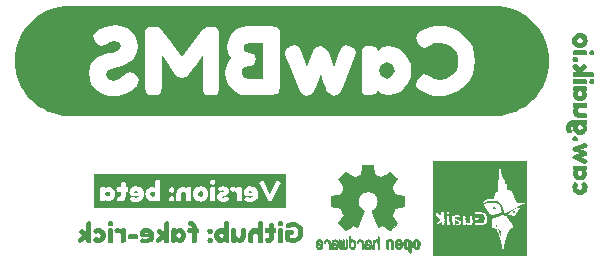
<source format=gbr>
%TF.GenerationSoftware,KiCad,Pcbnew,7.0.6*%
%TF.CreationDate,2024-01-08T01:59:36+08:00*%
%TF.ProjectId,CawBMS,43617742-4d53-42e6-9b69-6361645f7063,rev?*%
%TF.SameCoordinates,Original*%
%TF.FileFunction,Legend,Bot*%
%TF.FilePolarity,Positive*%
%FSLAX46Y46*%
G04 Gerber Fmt 4.6, Leading zero omitted, Abs format (unit mm)*
G04 Created by KiCad (PCBNEW 7.0.6) date 2024-01-08 01:59:36*
%MOMM*%
%LPD*%
G01*
G04 APERTURE LIST*
%ADD10C,0.010000*%
G04 APERTURE END LIST*
%TO.C,kibuzzard-6577F182*%
G36*
X130834753Y-113747587D02*
G01*
X130872258Y-113810691D01*
X130884759Y-113923800D01*
X130873151Y-114035421D01*
X130838325Y-114103584D01*
X130767483Y-114138410D01*
X130647825Y-114150019D01*
X130530846Y-114132755D01*
X130468041Y-114080963D01*
X130443037Y-114015478D01*
X130437084Y-113930944D01*
X130483519Y-113752350D01*
X130652587Y-113704725D01*
X130834753Y-113747587D01*
G37*
G36*
X130834753Y-114507206D02*
G01*
X130872258Y-114570309D01*
X130884759Y-114683419D01*
X130873151Y-114795040D01*
X130838325Y-114863203D01*
X130767483Y-114898029D01*
X130647825Y-114909638D01*
X130530846Y-114892373D01*
X130468041Y-114840581D01*
X130443037Y-114775097D01*
X130437084Y-114690562D01*
X130448693Y-114578941D01*
X130483519Y-114510778D01*
X130652587Y-114464344D01*
X130834753Y-114507206D01*
G37*
G36*
X124524441Y-114221456D02*
G01*
X124569684Y-114278606D01*
X124583972Y-114385762D01*
X124572066Y-114495300D01*
X124519083Y-114556022D01*
X124412522Y-114576263D01*
X123845784Y-114576263D01*
X123726722Y-114554831D01*
X123685050Y-114496491D01*
X123671953Y-114388144D01*
X123686241Y-114278606D01*
X123737437Y-114219670D01*
X123843403Y-114200025D01*
X124410141Y-114200025D01*
X124524441Y-114221456D01*
G37*
G36*
X136731919Y-113082623D02*
G01*
X136795022Y-113130844D01*
X136815262Y-113191566D01*
X136818834Y-113273719D01*
X136815262Y-113355872D01*
X136793831Y-113418975D01*
X136730728Y-113468981D01*
X136610475Y-113483269D01*
X136490222Y-113468981D01*
X136427119Y-113420166D01*
X136405687Y-113358253D01*
X136402116Y-113276100D01*
X136405687Y-113193947D01*
X136428309Y-113130844D01*
X136489031Y-113082623D01*
X136609284Y-113066550D01*
X136731919Y-113082623D01*
G37*
G36*
X122342025Y-113082623D02*
G01*
X122405128Y-113130844D01*
X122425369Y-113191566D01*
X122428941Y-113273719D01*
X122425369Y-113355872D01*
X122403938Y-113418975D01*
X122340834Y-113468981D01*
X122220581Y-113483269D01*
X122100328Y-113468981D01*
X122037225Y-113420166D01*
X122015794Y-113358253D01*
X122012222Y-113276100D01*
X122015794Y-113193947D01*
X122038416Y-113130844D01*
X122099138Y-113082623D01*
X122219391Y-113066550D01*
X122342025Y-113082623D01*
G37*
G36*
X136731919Y-113670197D02*
G01*
X136795022Y-113716631D01*
X136815262Y-113779734D01*
X136818834Y-113861888D01*
X136818834Y-114697706D01*
X136815262Y-114781050D01*
X136795022Y-114842963D01*
X136732514Y-114891183D01*
X136611666Y-114907256D01*
X136489627Y-114891778D01*
X136428309Y-114845344D01*
X136405687Y-114782241D01*
X136402116Y-114700087D01*
X136402116Y-113866650D01*
X136404497Y-113797594D01*
X136447359Y-113695200D01*
X136609284Y-113654719D01*
X136731919Y-113670197D01*
G37*
G36*
X122342025Y-113670197D02*
G01*
X122405128Y-113716631D01*
X122425369Y-113779734D01*
X122428941Y-113861888D01*
X122428941Y-114697706D01*
X122425369Y-114781050D01*
X122405128Y-114842963D01*
X122342620Y-114891183D01*
X122221772Y-114907256D01*
X122099733Y-114891778D01*
X122038416Y-114845344D01*
X122015794Y-114782241D01*
X122012222Y-114700087D01*
X122012222Y-113866650D01*
X122014603Y-113797594D01*
X122057466Y-113695200D01*
X122219391Y-113654719D01*
X122342025Y-113670197D01*
G37*
G36*
X122971866Y-113680913D02*
G01*
X123068306Y-113745206D01*
X123102834Y-113785687D01*
X123129028Y-113707106D01*
X123191536Y-113666030D01*
X123307622Y-113652338D01*
X123430256Y-113668411D01*
X123493359Y-113716631D01*
X123513600Y-113777353D01*
X123517172Y-113859506D01*
X123517172Y-114695325D01*
X123517172Y-114764381D01*
X123474309Y-114866775D01*
X123310003Y-114907256D01*
X123188559Y-114891778D01*
X123124266Y-114845344D01*
X123101644Y-114782241D01*
X123098072Y-114700087D01*
X123098072Y-114200025D01*
X123042112Y-114090488D01*
X122921859Y-114045244D01*
X122818275Y-114064294D01*
X122736122Y-114083344D01*
X122605153Y-113992856D01*
X122559909Y-113826169D01*
X122589675Y-113715441D01*
X122664684Y-113666625D01*
X122748028Y-113646384D01*
X122842087Y-113640431D01*
X122971866Y-113680913D01*
G37*
G36*
X127102144Y-113077861D02*
G01*
X127165247Y-113126081D01*
X127185487Y-113189184D01*
X127189059Y-113271338D01*
X127189059Y-114697706D01*
X127185487Y-114779859D01*
X127165247Y-114842963D01*
X127102739Y-114891183D01*
X126981891Y-114907256D01*
X126859852Y-114891778D01*
X126798534Y-114845344D01*
X126775912Y-114782241D01*
X126772341Y-114700087D01*
X126772341Y-114516731D01*
X126699117Y-114580727D01*
X126598509Y-114677466D01*
X126499092Y-114773609D01*
X126429441Y-114835819D01*
X126405628Y-114852488D01*
X126260372Y-114921544D01*
X126117497Y-114821531D01*
X126043678Y-114666750D01*
X126059156Y-114616744D01*
X126134166Y-114540544D01*
X126450872Y-114278606D01*
X126215128Y-114078581D01*
X126127022Y-113949994D01*
X126204412Y-113798784D01*
X126341334Y-113702344D01*
X126484209Y-113766637D01*
X126512784Y-113785687D01*
X126642562Y-113907131D01*
X126772341Y-114028575D01*
X126772341Y-113273719D01*
X126774722Y-113207044D01*
X126817584Y-113102269D01*
X126979509Y-113061787D01*
X127102144Y-113077861D01*
G37*
G36*
X121360818Y-113655513D02*
G01*
X121501311Y-113707900D01*
X121635984Y-113795213D01*
X121724686Y-113883616D01*
X121795528Y-113996428D01*
X121841962Y-114128588D01*
X121857441Y-114275034D01*
X121841962Y-114422077D01*
X121795528Y-114556022D01*
X121724686Y-114670620D01*
X121635984Y-114759619D01*
X121497607Y-114848254D01*
X121355526Y-114901435D01*
X121209741Y-114919163D01*
X121027575Y-114895350D01*
X120876366Y-114823912D01*
X120778139Y-114742355D01*
X120745397Y-114654844D01*
X120800166Y-114531019D01*
X120894820Y-114436364D01*
X120973997Y-114404812D01*
X121079962Y-114448866D01*
X121220456Y-114492919D01*
X121362141Y-114436959D01*
X121428816Y-114279797D01*
X121359759Y-114121444D01*
X121210931Y-114064294D01*
X121088297Y-114104775D01*
X120959709Y-114157162D01*
X120879342Y-114124420D01*
X120795403Y-114026194D01*
X120745397Y-113889272D01*
X120807309Y-113780925D01*
X120873984Y-113735681D01*
X120912084Y-113711869D01*
X121038291Y-113663053D01*
X121214503Y-113638050D01*
X121360818Y-113655513D01*
G37*
G36*
X120503700Y-113077861D02*
G01*
X120566803Y-113126081D01*
X120587044Y-113189184D01*
X120590616Y-113271338D01*
X120590616Y-114697706D01*
X120587044Y-114779859D01*
X120566803Y-114842963D01*
X120504295Y-114891183D01*
X120383447Y-114907256D01*
X120261408Y-114891778D01*
X120200091Y-114845344D01*
X120177469Y-114782241D01*
X120173897Y-114700087D01*
X120173897Y-114516731D01*
X120100673Y-114580727D01*
X120000066Y-114677466D01*
X119900648Y-114773609D01*
X119830997Y-114835819D01*
X119807184Y-114852488D01*
X119661928Y-114921544D01*
X119519053Y-114821531D01*
X119445234Y-114666750D01*
X119460712Y-114616744D01*
X119535722Y-114540544D01*
X119852428Y-114278606D01*
X119616684Y-114078581D01*
X119528578Y-113949994D01*
X119605969Y-113798784D01*
X119742891Y-113702344D01*
X119885766Y-113766637D01*
X119914341Y-113785687D01*
X120044119Y-113907131D01*
X120173897Y-114028575D01*
X120173897Y-113273719D01*
X120176278Y-113207044D01*
X120219141Y-113102269D01*
X120381066Y-113061787D01*
X120503700Y-113077861D01*
G37*
G36*
X129162851Y-113078324D02*
G01*
X129289057Y-113127933D01*
X129389334Y-113210616D01*
X129487561Y-113368076D01*
X129520303Y-113542800D01*
X129520303Y-113669006D01*
X129598884Y-113669006D01*
X129704255Y-113717822D01*
X129739378Y-113864269D01*
X129694134Y-114038100D01*
X129606028Y-114066675D01*
X129520303Y-114066675D01*
X129520303Y-114697706D01*
X129516731Y-114781050D01*
X129494109Y-114844153D01*
X129431006Y-114894159D01*
X129313134Y-114909638D01*
X129192881Y-114895350D01*
X129123825Y-114837009D01*
X129101203Y-114702469D01*
X129101203Y-114064294D01*
X128948803Y-114073819D01*
X128803547Y-114045244D01*
X128754731Y-113982141D01*
X128739253Y-113864269D01*
X128753541Y-113745206D01*
X128816048Y-113677341D01*
X128946422Y-113654719D01*
X129101203Y-113669006D01*
X129101203Y-113538037D01*
X129013097Y-113478506D01*
X128946422Y-113478506D01*
X128841647Y-113435644D01*
X128801166Y-113271338D01*
X128817239Y-113149298D01*
X128865459Y-113087981D01*
X128928562Y-113065359D01*
X129010716Y-113061787D01*
X129162851Y-113078324D01*
G37*
G36*
X133614862Y-113666030D02*
G01*
X133677966Y-113714250D01*
X133698206Y-113776162D01*
X133701778Y-113859506D01*
X133701778Y-114276225D01*
X133684183Y-114441986D01*
X133631399Y-114590021D01*
X133543425Y-114720328D01*
X133428728Y-114821531D01*
X133295775Y-114882253D01*
X133144566Y-114902494D01*
X132968353Y-114850106D01*
X132904059Y-114797719D01*
X132861197Y-114750094D01*
X132837384Y-114847725D01*
X132776067Y-114890588D01*
X132658791Y-114904875D01*
X132539133Y-114889397D01*
X132475434Y-114842963D01*
X132452812Y-114782241D01*
X132449241Y-114702469D01*
X132449241Y-113859506D01*
X132452812Y-113777353D01*
X132473053Y-113714250D01*
X132535561Y-113666030D01*
X132656409Y-113649956D01*
X132778448Y-113665434D01*
X132839766Y-113711869D01*
X132862387Y-113774972D01*
X132865959Y-113857125D01*
X132865959Y-114278606D01*
X132924300Y-114428625D01*
X133076700Y-114485775D01*
X133226719Y-114431006D01*
X133282678Y-114278606D01*
X133282678Y-113861888D01*
X133296966Y-113740444D01*
X133360069Y-113672578D01*
X133492228Y-113649956D01*
X133614862Y-113666030D01*
G37*
G36*
X135055519Y-113082623D02*
G01*
X135118622Y-113130844D01*
X135138862Y-113191566D01*
X135142434Y-113273719D01*
X135142434Y-114697706D01*
X135138862Y-114781050D01*
X135118622Y-114842963D01*
X135056114Y-114891183D01*
X134935266Y-114907256D01*
X134813227Y-114891778D01*
X134751909Y-114845344D01*
X134729287Y-114782241D01*
X134725716Y-114700087D01*
X134725716Y-114238125D01*
X134651897Y-114122634D01*
X134503069Y-114071438D01*
X134363766Y-114126206D01*
X134308997Y-114278606D01*
X134308997Y-114695325D01*
X134305425Y-114781050D01*
X134282803Y-114845344D01*
X134219700Y-114891778D01*
X134101828Y-114907256D01*
X133979789Y-114891778D01*
X133918472Y-114845344D01*
X133895850Y-114782241D01*
X133892278Y-114700087D01*
X133892278Y-114280987D01*
X133909873Y-114115358D01*
X133962657Y-113967721D01*
X134050631Y-113838075D01*
X134165064Y-113737533D01*
X134297223Y-113677208D01*
X134447109Y-113657100D01*
X134596533Y-113693414D01*
X134725716Y-113802356D01*
X134725716Y-113276100D01*
X134729287Y-113193947D01*
X134751909Y-113130844D01*
X134812631Y-113082623D01*
X134932884Y-113066550D01*
X135055519Y-113082623D01*
G37*
G36*
X127739723Y-113685675D02*
G01*
X127793897Y-113785687D01*
X127836759Y-113736872D01*
X127929628Y-113683294D01*
X128077266Y-113654719D01*
X128214717Y-113675489D01*
X128344495Y-113737798D01*
X128466600Y-113841647D01*
X128565157Y-113973145D01*
X128624292Y-114118401D01*
X128644003Y-114277416D01*
X128624424Y-114436563D01*
X128565686Y-114582216D01*
X128467791Y-114714375D01*
X128347008Y-114818885D01*
X128219611Y-114881592D01*
X128085600Y-114902494D01*
X128015353Y-114889937D01*
X127909090Y-114870942D01*
X127791516Y-114776287D01*
X127740319Y-114870347D01*
X127566487Y-114902494D01*
X127460820Y-114887016D01*
X127403372Y-114840581D01*
X127383131Y-114777478D01*
X127379559Y-114695325D01*
X127379559Y-114279797D01*
X127810566Y-114279797D01*
X127868906Y-114421481D01*
X128015353Y-114485775D01*
X128165372Y-114422672D01*
X128227284Y-114280987D01*
X128168944Y-114135731D01*
X128016544Y-114069056D01*
X127866525Y-114135731D01*
X127810566Y-114279797D01*
X127379559Y-114279797D01*
X127379559Y-113861888D01*
X127383131Y-113779734D01*
X127404562Y-113716631D01*
X127467666Y-113666625D01*
X127605778Y-113652338D01*
X127739723Y-113685675D01*
G37*
G36*
X135964561Y-113238595D02*
G01*
X136025878Y-113283244D01*
X136048500Y-113340394D01*
X136052072Y-113421356D01*
X136052072Y-113666625D01*
X136130653Y-113657100D01*
X136225903Y-113688056D01*
X136259241Y-113751159D01*
X136271147Y-113892844D01*
X136236619Y-114030956D01*
X136149703Y-114071438D01*
X136052072Y-114064294D01*
X136052072Y-114416719D01*
X136037784Y-114577321D01*
X135994922Y-114703527D01*
X135923484Y-114795337D01*
X135824530Y-114857515D01*
X135699118Y-114894821D01*
X135547247Y-114907256D01*
X135467475Y-114903684D01*
X135404372Y-114883444D01*
X135354366Y-114820936D01*
X135337697Y-114700087D01*
X135392466Y-114540544D01*
X135455569Y-114517922D01*
X135541294Y-114514350D01*
X135617494Y-114485775D01*
X135637734Y-114392906D01*
X135637734Y-114064294D01*
X135482953Y-114073819D01*
X135400800Y-114070247D01*
X135337697Y-114050006D01*
X135289477Y-113987498D01*
X135273403Y-113866650D01*
X135288881Y-113744611D01*
X135335316Y-113683294D01*
X135398419Y-113660672D01*
X135479381Y-113657100D01*
X135637734Y-113666625D01*
X135637734Y-113433263D01*
X135649641Y-113311819D01*
X135713339Y-113245739D01*
X135842522Y-113223713D01*
X135964561Y-113238595D01*
G37*
G36*
X132171825Y-113082623D02*
G01*
X132234928Y-113130844D01*
X132255169Y-113191566D01*
X132258741Y-113273719D01*
X132258741Y-114695325D01*
X132255169Y-114777478D01*
X132234928Y-114840581D01*
X132172420Y-114888802D01*
X132051572Y-114904875D01*
X131907506Y-114875705D01*
X131846784Y-114788194D01*
X131731889Y-114873919D01*
X131632472Y-114890317D01*
X131558653Y-114902494D01*
X131426626Y-114881724D01*
X131300420Y-114819415D01*
X131180034Y-114715566D01*
X131082139Y-114584068D01*
X131023401Y-114438811D01*
X131003969Y-114280987D01*
X131420541Y-114280987D01*
X131482453Y-114423863D01*
X131632472Y-114488156D01*
X131778919Y-114423863D01*
X131837259Y-114282178D01*
X131781300Y-114138113D01*
X131630091Y-114071438D01*
X131477691Y-114136922D01*
X131420541Y-114280987D01*
X131003969Y-114280987D01*
X131003822Y-114279797D01*
X131023533Y-114120650D01*
X131082668Y-113974997D01*
X131181225Y-113842838D01*
X131303330Y-113738327D01*
X131433108Y-113675621D01*
X131570559Y-113654719D01*
X131726531Y-113683889D01*
X131842022Y-113771400D01*
X131842022Y-113276100D01*
X131845594Y-113193947D01*
X131868216Y-113130844D01*
X131928937Y-113082623D01*
X132049191Y-113066550D01*
X132171825Y-113082623D01*
G37*
G36*
X125452731Y-113646120D02*
G01*
X125614259Y-113706048D01*
X125754356Y-113805928D01*
X125862174Y-113939146D01*
X125926865Y-114099086D01*
X125948428Y-114285750D01*
X125931759Y-114439473D01*
X125881753Y-114583142D01*
X125798409Y-114716756D01*
X125707029Y-114806946D01*
X125585287Y-114877491D01*
X125438543Y-114923032D01*
X125272153Y-114938213D01*
X125050250Y-114924967D01*
X124891748Y-114885230D01*
X124796647Y-114819001D01*
X124764947Y-114726281D01*
X124795903Y-114616744D01*
X124926872Y-114509588D01*
X125022122Y-114535781D01*
X125048316Y-114545306D01*
X125141780Y-114566738D01*
X125265009Y-114573881D01*
X125422172Y-114528638D01*
X125500753Y-114416719D01*
X125205478Y-114416719D01*
X124936397Y-114416719D01*
X124775662Y-114346472D01*
X124721191Y-114257175D01*
X124703034Y-114129778D01*
X124703890Y-114123825D01*
X125114991Y-114123825D01*
X125205478Y-114200025D01*
X125505516Y-114200025D01*
X125429316Y-114065484D01*
X125275725Y-114002381D01*
X125156662Y-114035719D01*
X125114991Y-114123825D01*
X124703890Y-114123825D01*
X124723275Y-113988987D01*
X124783997Y-113859506D01*
X124872401Y-113757410D01*
X124982831Y-113684484D01*
X125115288Y-113640729D01*
X125269772Y-113626144D01*
X125452731Y-113646120D01*
G37*
G36*
X137834437Y-113146694D02*
G01*
X137997553Y-113194245D01*
X138148762Y-113273496D01*
X138288066Y-113384447D01*
X138404747Y-113519062D01*
X138488091Y-113669304D01*
X138538097Y-113835173D01*
X138554766Y-114016669D01*
X138538395Y-114199058D01*
X138489281Y-114367605D01*
X138407426Y-114522312D01*
X138292828Y-114663178D01*
X138156055Y-114780380D01*
X138007673Y-114864096D01*
X137847683Y-114914326D01*
X137676084Y-114931069D01*
X137488561Y-114918121D01*
X137326041Y-114879277D01*
X137188523Y-114814536D01*
X137076009Y-114723900D01*
X137009334Y-114578644D01*
X137009334Y-114054769D01*
X137033147Y-113921419D01*
X137190309Y-113854744D01*
X137609409Y-113854744D01*
X137723709Y-113876175D01*
X137763000Y-113928562D01*
X137773716Y-114029766D01*
X137764191Y-114129778D01*
X137723709Y-114185738D01*
X137618934Y-114204788D01*
X137430816Y-114204788D01*
X137430816Y-114464344D01*
X137542139Y-114496491D01*
X137666559Y-114507206D01*
X137838009Y-114471190D01*
X137990409Y-114363141D01*
X138069784Y-114260218D01*
X138117409Y-114143536D01*
X138133284Y-114013097D01*
X138098161Y-113826764D01*
X137992791Y-113679722D01*
X137842177Y-113584174D01*
X137671322Y-113552325D01*
X137542734Y-113568696D01*
X137433197Y-113617809D01*
X137287941Y-113683294D01*
X137207573Y-113651742D01*
X137118872Y-113557087D01*
X137064103Y-113422547D01*
X137128397Y-113316581D01*
X137298524Y-113213394D01*
X137475530Y-113151481D01*
X137659416Y-113130844D01*
X137834437Y-113146694D01*
G37*
%TO.C,G\u002A\u002A\u002A*%
G36*
X154916689Y-113372765D02*
G01*
X154950594Y-113383955D01*
X154950594Y-113475688D01*
X154949852Y-113515677D01*
X154946200Y-113550099D01*
X154938582Y-113565986D01*
X154925997Y-113563795D01*
X154907443Y-113543983D01*
X154881917Y-113507009D01*
X154881649Y-113506593D01*
X154851727Y-113454448D01*
X154836274Y-113413603D01*
X154835168Y-113384536D01*
X154848283Y-113367723D01*
X154875498Y-113363641D01*
X154916689Y-113372765D01*
G37*
G36*
X156415668Y-112214126D02*
G01*
X156438929Y-112227672D01*
X156462756Y-112245091D01*
X156481324Y-112261875D01*
X156488808Y-112273514D01*
X156486054Y-112280207D01*
X156473120Y-112298466D01*
X156453170Y-112321696D01*
X156451329Y-112323659D01*
X156426659Y-112345466D01*
X156404262Y-112358241D01*
X156387996Y-112360429D01*
X156381717Y-112350479D01*
X156376018Y-112344161D01*
X156358042Y-112340743D01*
X156349747Y-112339259D01*
X156329612Y-112327461D01*
X156311085Y-112308624D01*
X156299164Y-112288487D01*
X156298847Y-112272787D01*
X156312846Y-112257755D01*
X156337365Y-112239785D01*
X156365498Y-112223610D01*
X156391035Y-112212764D01*
X156407769Y-112210782D01*
X156415668Y-112214126D01*
G37*
G36*
X154710084Y-111859547D02*
G01*
X154736304Y-111874951D01*
X154767155Y-111896697D01*
X154797700Y-111921295D01*
X154822997Y-111945251D01*
X154846300Y-111970157D01*
X154820067Y-112004549D01*
X154808216Y-112018801D01*
X154787266Y-112034626D01*
X154762598Y-112038942D01*
X154740512Y-112042144D01*
X154719201Y-112058413D01*
X154709060Y-112070434D01*
X154694778Y-112077884D01*
X154685019Y-112073498D01*
X154664489Y-112058430D01*
X154638375Y-112036297D01*
X154610831Y-112010951D01*
X154586013Y-111986239D01*
X154568076Y-111966010D01*
X154561173Y-111954114D01*
X154562455Y-111950513D01*
X154575247Y-111935833D01*
X154597963Y-111915846D01*
X154625892Y-111894109D01*
X154654323Y-111874179D01*
X154678543Y-111859613D01*
X154693841Y-111853967D01*
X154710084Y-111859547D01*
G37*
G36*
X155010673Y-113639500D02*
G01*
X155028616Y-113656073D01*
X155052830Y-113682620D01*
X155080200Y-113715887D01*
X155093224Y-113732343D01*
X155129650Y-113777417D01*
X155166838Y-113822350D01*
X155198484Y-113859486D01*
X155212022Y-113875445D01*
X155261060Y-113944207D01*
X155296033Y-114015824D01*
X155318001Y-114093785D01*
X155328026Y-114181581D01*
X155327168Y-114282699D01*
X155324297Y-114323865D01*
X155314138Y-114401951D01*
X155298557Y-114462768D01*
X155277321Y-114507370D01*
X155276728Y-114508271D01*
X155260722Y-114527747D01*
X155250664Y-114528762D01*
X155246520Y-114511278D01*
X155248256Y-114475258D01*
X155250929Y-114451115D01*
X155254507Y-114423627D01*
X155257171Y-114408674D01*
X155257971Y-114402272D01*
X155257237Y-114377528D01*
X155253902Y-114341028D01*
X155248601Y-114297704D01*
X155241968Y-114252488D01*
X155234639Y-114210314D01*
X155227248Y-114176115D01*
X155213203Y-114127921D01*
X155188518Y-114057646D01*
X155157699Y-113979879D01*
X155122944Y-113899656D01*
X155086453Y-113822014D01*
X155050425Y-113751992D01*
X155017059Y-113694626D01*
X155000426Y-113667239D01*
X154991379Y-113647635D01*
X154992581Y-113638083D01*
X155003332Y-113635569D01*
X155010673Y-113639500D01*
G37*
G36*
X157501303Y-111917248D02*
G01*
X157501303Y-112000000D01*
X157501303Y-112808951D01*
X157501303Y-113672735D01*
X157501303Y-116001303D01*
X153500000Y-116001303D01*
X149498697Y-116001303D01*
X149498697Y-113445726D01*
X149669274Y-113445726D01*
X149722717Y-113407247D01*
X149750446Y-113387088D01*
X149792786Y-113355852D01*
X149831400Y-113326929D01*
X149861332Y-113305771D01*
X149891652Y-113289146D01*
X149910710Y-113285567D01*
X149917325Y-113295465D01*
X149916997Y-113300099D01*
X149910066Y-113319546D01*
X149892945Y-113345194D01*
X149864060Y-113379153D01*
X149821840Y-113423529D01*
X149797248Y-113449248D01*
X149773144Y-113476240D01*
X149757808Y-113495670D01*
X149753799Y-113504495D01*
X149756751Y-113505914D01*
X149766312Y-113499453D01*
X149771620Y-113494533D01*
X149789218Y-113491349D01*
X149790859Y-113491391D01*
X149807119Y-113484098D01*
X149831529Y-113466163D01*
X149859751Y-113440703D01*
X149865157Y-113435467D01*
X149901979Y-113402117D01*
X149945054Y-113365895D01*
X149986150Y-113333767D01*
X150003852Y-113320622D01*
X150076308Y-113267035D01*
X150134860Y-113224169D01*
X150180798Y-113191121D01*
X150215409Y-113166989D01*
X150239983Y-113150869D01*
X150255810Y-113141859D01*
X150264177Y-113139057D01*
X150268411Y-113140875D01*
X150272849Y-113151084D01*
X150275652Y-113172671D01*
X150277117Y-113208329D01*
X150277540Y-113260751D01*
X150277540Y-113382445D01*
X150392085Y-113382445D01*
X150506630Y-113382445D01*
X150500466Y-113302127D01*
X150499579Y-113289862D01*
X150497652Y-113253807D01*
X150497238Y-113226998D01*
X150498454Y-113214507D01*
X150504517Y-113208500D01*
X150519443Y-113210041D01*
X150542355Y-113225788D01*
X150574839Y-113256615D01*
X150606506Y-113287952D01*
X150629214Y-113307864D01*
X150639295Y-113312982D01*
X150636548Y-113303488D01*
X150620769Y-113279562D01*
X150591757Y-113241388D01*
X150568800Y-113212253D01*
X150533336Y-113166772D01*
X150508248Y-113133338D01*
X150492362Y-113109872D01*
X150484507Y-113094296D01*
X150483510Y-113084531D01*
X150488197Y-113078498D01*
X150497397Y-113074119D01*
X150510431Y-113076144D01*
X150536067Y-113093005D01*
X150572848Y-113125649D01*
X150576802Y-113129428D01*
X150611865Y-113162710D01*
X150647035Y-113195754D01*
X150675251Y-113221922D01*
X150717615Y-113260751D01*
X150692893Y-113221809D01*
X150686123Y-113211393D01*
X150667058Y-113184080D01*
X150651588Y-113164455D01*
X150641375Y-113152548D01*
X150620488Y-113126639D01*
X150595390Y-113094361D01*
X150568789Y-113059325D01*
X150543390Y-113025148D01*
X150521897Y-112995442D01*
X150507018Y-112973823D01*
X150501457Y-112963905D01*
X150504556Y-112956966D01*
X150517582Y-112943104D01*
X150525766Y-112935304D01*
X150524024Y-112929228D01*
X150505413Y-112924767D01*
X150504051Y-112924545D01*
X150496226Y-112923731D01*
X150489936Y-112922612D01*
X150484964Y-112919272D01*
X150481089Y-112911797D01*
X150478093Y-112898270D01*
X150475757Y-112876776D01*
X150473861Y-112845399D01*
X150472187Y-112802225D01*
X150470516Y-112745337D01*
X150468629Y-112672820D01*
X150467681Y-112636062D01*
X150706736Y-112636062D01*
X150709903Y-112671382D01*
X150715726Y-112723247D01*
X150719322Y-112761492D01*
X150723469Y-112814530D01*
X150727808Y-112877295D01*
X150732002Y-112944910D01*
X150735715Y-113012495D01*
X150735973Y-113017567D01*
X150739365Y-113082622D01*
X150742741Y-113145027D01*
X150745866Y-113200582D01*
X150748503Y-113245088D01*
X150749527Y-113260751D01*
X150750416Y-113274346D01*
X150751747Y-113309071D01*
X150748562Y-113339022D01*
X150739385Y-113360377D01*
X150729374Y-113377541D01*
X150727030Y-113385724D01*
X150735811Y-113386111D01*
X150760451Y-113386048D01*
X150796897Y-113385513D01*
X150841138Y-113384547D01*
X150952035Y-113381782D01*
X150945534Y-113295669D01*
X150942397Y-113252114D01*
X150936645Y-113161655D01*
X150931431Y-113066269D01*
X150926974Y-112970824D01*
X150923490Y-112880184D01*
X150921199Y-112799216D01*
X150920317Y-112732785D01*
X150920132Y-112629845D01*
X151153821Y-112629845D01*
X151154077Y-112676313D01*
X151154875Y-112732568D01*
X151156208Y-112795879D01*
X151156441Y-112805420D01*
X151158442Y-112877872D01*
X151160669Y-112934975D01*
X151163483Y-112980425D01*
X151167243Y-113017917D01*
X151172312Y-113051144D01*
X151179050Y-113083802D01*
X151187817Y-113119586D01*
X151188882Y-113123767D01*
X151204347Y-113197851D01*
X151209413Y-113258618D01*
X151204087Y-113309053D01*
X151188378Y-113352143D01*
X151173051Y-113381782D01*
X151172708Y-113382445D01*
X151274258Y-113382445D01*
X151375808Y-113382445D01*
X151372080Y-113326466D01*
X151370447Y-113299382D01*
X151368022Y-113248198D01*
X151366050Y-113192928D01*
X151364581Y-113136934D01*
X151363667Y-113083580D01*
X151363359Y-113036228D01*
X151363708Y-112998242D01*
X151364764Y-112972984D01*
X151366580Y-112963817D01*
X151376586Y-112967680D01*
X151394882Y-112978918D01*
X151399745Y-112982130D01*
X151436826Y-113000275D01*
X151483697Y-113016255D01*
X151532129Y-113027632D01*
X151573889Y-113031966D01*
X151579835Y-113031991D01*
X151605881Y-113033625D01*
X151618041Y-113039140D01*
X151621043Y-113050382D01*
X151625313Y-113063024D01*
X151644631Y-113074718D01*
X151652201Y-113077072D01*
X151686124Y-113096546D01*
X151717301Y-113126413D01*
X151738530Y-113160123D01*
X151742454Y-113170186D01*
X151746119Y-113187838D01*
X151739793Y-113195206D01*
X151732575Y-113202463D01*
X151728134Y-113221542D01*
X151728027Y-113225198D01*
X151717118Y-113256554D01*
X151690185Y-113280770D01*
X151649896Y-113295328D01*
X151627737Y-113299039D01*
X151589168Y-113303028D01*
X151555880Y-113303643D01*
X151532508Y-113300902D01*
X151523688Y-113294825D01*
X151520036Y-113289167D01*
X151504216Y-113285090D01*
X151496615Y-113285988D01*
X151486945Y-113295469D01*
X151487641Y-113317130D01*
X151498514Y-113353238D01*
X151500535Y-113358542D01*
X151515770Y-113382480D01*
X151539150Y-113393463D01*
X151543024Y-113394242D01*
X151581906Y-113398487D01*
X151631799Y-113399784D01*
X151685445Y-113398309D01*
X151735585Y-113394239D01*
X151774961Y-113387748D01*
X151798671Y-113380410D01*
X151849546Y-113351423D01*
X151888559Y-113308977D01*
X151913617Y-113255808D01*
X151922631Y-113194648D01*
X151921828Y-113176665D01*
X151906811Y-113120387D01*
X151872789Y-113068023D01*
X151819730Y-113019533D01*
X151747605Y-112974881D01*
X151717207Y-112960480D01*
X151686032Y-112951557D01*
X151656823Y-112951618D01*
X151623295Y-112951325D01*
X151583806Y-112941642D01*
X151563048Y-112933830D01*
X151526049Y-112921456D01*
X151487261Y-112909769D01*
X151447712Y-112897688D01*
X151409305Y-112881883D01*
X151384485Y-112864151D01*
X151369978Y-112841944D01*
X151362513Y-112812718D01*
X151360337Y-112789025D01*
X151363986Y-112752955D01*
X151376560Y-112729070D01*
X151396917Y-112720429D01*
X151414790Y-112715550D01*
X151436068Y-112700958D01*
X151438239Y-112698910D01*
X151467402Y-112684446D01*
X151502707Y-112683070D01*
X151536199Y-112695236D01*
X151548184Y-112700074D01*
X151577621Y-112707253D01*
X151617606Y-112714244D01*
X151663041Y-112720053D01*
X151696774Y-112723920D01*
X151739231Y-112729730D01*
X151772723Y-112735406D01*
X151792037Y-112740137D01*
X151802806Y-112743763D01*
X151813485Y-112742120D01*
X151815753Y-112726245D01*
X151815381Y-112719035D01*
X151806799Y-112683617D01*
X151790151Y-112647474D01*
X151769830Y-112620698D01*
X151764144Y-112616249D01*
X151739302Y-112601999D01*
X151709020Y-112589125D01*
X151697115Y-112584714D01*
X151670701Y-112573386D01*
X151654661Y-112564282D01*
X151646327Y-112559932D01*
X151637503Y-112568201D01*
X151632150Y-112573352D01*
X151616787Y-112578101D01*
X151589245Y-112581917D01*
X151547092Y-112585122D01*
X151487899Y-112588037D01*
X151473173Y-112588671D01*
X151415908Y-112591396D01*
X151361418Y-112594353D01*
X151315265Y-112597228D01*
X151283009Y-112599702D01*
X151254788Y-112601482D01*
X151219337Y-112599212D01*
X151191460Y-112589850D01*
X151187682Y-112587983D01*
X151166749Y-112578329D01*
X151155660Y-112574396D01*
X151154963Y-112577193D01*
X151154115Y-112595894D01*
X151153821Y-112629845D01*
X150920132Y-112629845D01*
X150920085Y-112603975D01*
X150878709Y-112609108D01*
X150853340Y-112610505D01*
X150812949Y-112609496D01*
X150771618Y-112605795D01*
X150748072Y-112602540D01*
X150726892Y-112600526D01*
X150713858Y-112603519D01*
X150707596Y-112614403D01*
X150706736Y-112636062D01*
X150467681Y-112636062D01*
X150466306Y-112582758D01*
X150465504Y-112552223D01*
X152063935Y-112552223D01*
X152064882Y-112564660D01*
X152065008Y-112565805D01*
X152066275Y-112584196D01*
X152068136Y-112618917D01*
X152070463Y-112667237D01*
X152073129Y-112726422D01*
X152076007Y-112793741D01*
X152078968Y-112866462D01*
X152081512Y-112925190D01*
X152085609Y-113003639D01*
X152090085Y-113073636D01*
X152094739Y-113132426D01*
X152099369Y-113177257D01*
X152102094Y-113194648D01*
X152103775Y-113205376D01*
X152107450Y-113223038D01*
X152114816Y-113273123D01*
X152117045Y-113317286D01*
X152114081Y-113351256D01*
X152105872Y-113370762D01*
X152104684Y-113372138D01*
X152105863Y-113377113D01*
X152119505Y-113380282D01*
X152147938Y-113381956D01*
X152193492Y-113382445D01*
X152292794Y-113382445D01*
X152292794Y-113324032D01*
X152293825Y-113297448D01*
X152297211Y-113274462D01*
X152302140Y-113265619D01*
X152312858Y-113272085D01*
X152332388Y-113289346D01*
X152356384Y-113313619D01*
X152399359Y-113351938D01*
X152446828Y-113377500D01*
X152450754Y-113378777D01*
X152483192Y-113385992D01*
X152526391Y-113392067D01*
X152574365Y-113396545D01*
X152621129Y-113398969D01*
X152660697Y-113398884D01*
X152687083Y-113395831D01*
X152689538Y-113395186D01*
X152713748Y-113388889D01*
X152743191Y-113381296D01*
X152752979Y-113378143D01*
X152785338Y-113362109D01*
X152815302Y-113340743D01*
X152817497Y-113338797D01*
X152850134Y-113303051D01*
X152871304Y-113262474D01*
X152882664Y-113212557D01*
X152885872Y-113148792D01*
X152885353Y-113122441D01*
X152883542Y-113075249D01*
X152880674Y-113016847D01*
X152876996Y-112951066D01*
X152872752Y-112881739D01*
X152868190Y-112812699D01*
X152863555Y-112747778D01*
X152859093Y-112690809D01*
X152858694Y-112686355D01*
X153099470Y-112686355D01*
X153104908Y-112725297D01*
X153105054Y-112726346D01*
X153116289Y-112807866D01*
X153124890Y-112873610D01*
X153131119Y-112927017D01*
X153135242Y-112971525D01*
X153137523Y-113010571D01*
X153138225Y-113047593D01*
X153137613Y-113086031D01*
X153135952Y-113129321D01*
X153135826Y-113132110D01*
X153134955Y-113148792D01*
X153132950Y-113187164D01*
X153129502Y-113240789D01*
X153125904Y-113286975D01*
X153122578Y-113319712D01*
X153115090Y-113378673D01*
X153314847Y-113390430D01*
X153320962Y-113390788D01*
X153385631Y-113394329D01*
X153447272Y-113397301D01*
X153501784Y-113399532D01*
X153545066Y-113400853D01*
X153573017Y-113401096D01*
X153583805Y-113400788D01*
X153641044Y-113396557D01*
X153703849Y-113388525D01*
X153765963Y-113377746D01*
X153821127Y-113365276D01*
X153863082Y-113352172D01*
X153903595Y-113333389D01*
X153974973Y-113285328D01*
X154037403Y-113223550D01*
X154087647Y-113151540D01*
X154122471Y-113072786D01*
X154126860Y-113058750D01*
X154134494Y-113030048D01*
X154139281Y-113001657D01*
X154141014Y-112977722D01*
X154541539Y-112977722D01*
X154541558Y-112986375D01*
X154542112Y-113028640D01*
X154543350Y-113085847D01*
X154545172Y-113154470D01*
X154547481Y-113230980D01*
X154550178Y-113311851D01*
X154553164Y-113393555D01*
X154564951Y-113701599D01*
X154600403Y-113673109D01*
X154650075Y-113642770D01*
X154701937Y-113630686D01*
X154754353Y-113637863D01*
X154807044Y-113664210D01*
X154859730Y-113709636D01*
X154912130Y-113774051D01*
X154914491Y-113777416D01*
X154950510Y-113833378D01*
X154987941Y-113898851D01*
X155023520Y-113967555D01*
X155053985Y-114033211D01*
X155076071Y-114089540D01*
X155081534Y-114105463D01*
X155095965Y-114146683D01*
X155113123Y-114194944D01*
X155130371Y-114242805D01*
X155161940Y-114334210D01*
X155198463Y-114449736D01*
X155234650Y-114573556D01*
X155268871Y-114699868D01*
X155299502Y-114822869D01*
X155324915Y-114936756D01*
X155325040Y-114937359D01*
X155333482Y-114978201D01*
X155345031Y-115034223D01*
X155358899Y-115101603D01*
X155374300Y-115176518D01*
X155390448Y-115255145D01*
X155406557Y-115333663D01*
X155409315Y-115347086D01*
X155426894Y-115431058D01*
X155441273Y-115496578D01*
X155452610Y-115544278D01*
X155461065Y-115574791D01*
X155466795Y-115588750D01*
X155469959Y-115586787D01*
X155471881Y-115576837D01*
X155477535Y-115546782D01*
X155485882Y-115501911D01*
X155496426Y-115444915D01*
X155508671Y-115378481D01*
X155522121Y-115305298D01*
X155536280Y-115228056D01*
X155550651Y-115149444D01*
X155556103Y-115121070D01*
X155571804Y-115047898D01*
X155592110Y-114961310D01*
X155616086Y-114864802D01*
X155642799Y-114761871D01*
X155671315Y-114656013D01*
X155700698Y-114550725D01*
X155730016Y-114449503D01*
X155758335Y-114355845D01*
X155784719Y-114273246D01*
X155787347Y-114265366D01*
X155821077Y-114173255D01*
X155860181Y-114080305D01*
X155902939Y-113989797D01*
X155947631Y-113905008D01*
X155992538Y-113829216D01*
X156035941Y-113765700D01*
X156076119Y-113717739D01*
X156100588Y-113694843D01*
X156155868Y-113657999D01*
X156212852Y-113638894D01*
X156269715Y-113637982D01*
X156324636Y-113655719D01*
X156336686Y-113661646D01*
X156357588Y-113670614D01*
X156367268Y-113672735D01*
X156367041Y-113669197D01*
X156362756Y-113650158D01*
X156354250Y-113617573D01*
X156342390Y-113574704D01*
X156328040Y-113524813D01*
X156322499Y-113506071D01*
X156303211Y-113444824D01*
X156286415Y-113399093D01*
X156270990Y-113366049D01*
X156255813Y-113342864D01*
X156245834Y-113330068D01*
X156231558Y-113309941D01*
X156225949Y-113299152D01*
X156224939Y-113296710D01*
X156214716Y-113282122D01*
X156196136Y-113258563D01*
X156172503Y-113229986D01*
X156147121Y-113200341D01*
X156123294Y-113173582D01*
X156104325Y-113153660D01*
X156087728Y-113135410D01*
X156064945Y-113107630D01*
X156040203Y-113075699D01*
X156017110Y-113044394D01*
X155999275Y-113018489D01*
X155990305Y-113002759D01*
X155989918Y-113001812D01*
X155980573Y-112985829D01*
X155963128Y-112960107D01*
X155941022Y-112929743D01*
X155927909Y-112911417D01*
X155904020Y-112875296D01*
X155877048Y-112832144D01*
X155848923Y-112785313D01*
X155821580Y-112738157D01*
X155796948Y-112694026D01*
X155776961Y-112656274D01*
X155769222Y-112640102D01*
X155929262Y-112640102D01*
X156030957Y-112743546D01*
X156048124Y-112760853D01*
X156082766Y-112794777D01*
X156111852Y-112821934D01*
X156132742Y-112839896D01*
X156142792Y-112846236D01*
X156149383Y-112844904D01*
X156171211Y-112838528D01*
X156200220Y-112828824D01*
X156204483Y-112827307D01*
X156229507Y-112816978D01*
X156238543Y-112808951D01*
X156234185Y-112801109D01*
X156226637Y-112796211D01*
X156203393Y-112782989D01*
X156168254Y-112763909D01*
X156124413Y-112740696D01*
X156075062Y-112715077D01*
X155929262Y-112640102D01*
X155769222Y-112640102D01*
X155763551Y-112628252D01*
X155758650Y-112613313D01*
X155757569Y-112608974D01*
X155749830Y-112603825D01*
X155731971Y-112600686D01*
X155700879Y-112599125D01*
X155653441Y-112598710D01*
X155611148Y-112598223D01*
X155570825Y-112595903D01*
X155544238Y-112591330D01*
X155528181Y-112584132D01*
X155523339Y-112580616D01*
X155501754Y-112565007D01*
X155471225Y-112542979D01*
X155436719Y-112518118D01*
X155415059Y-112502522D01*
X155892880Y-112502522D01*
X155894941Y-112509678D01*
X155902653Y-112511690D01*
X155927832Y-112517538D01*
X155967270Y-112526366D01*
X156018172Y-112537556D01*
X156077745Y-112550491D01*
X156143197Y-112564553D01*
X156190934Y-112574783D01*
X156252009Y-112587951D01*
X156305005Y-112599470D01*
X156347181Y-112608739D01*
X156375795Y-112615159D01*
X156388104Y-112618130D01*
X156391511Y-112619151D01*
X156395435Y-112619068D01*
X156400589Y-112616306D01*
X156408138Y-112609435D01*
X156419248Y-112597026D01*
X156435083Y-112577647D01*
X156456808Y-112549867D01*
X156485589Y-112512257D01*
X156522590Y-112463386D01*
X156568977Y-112401824D01*
X156625913Y-112326140D01*
X156652814Y-112290415D01*
X156702525Y-112224578D01*
X156750170Y-112161700D01*
X156793827Y-112104305D01*
X156831572Y-112054918D01*
X156861485Y-112016063D01*
X156881642Y-111990264D01*
X156939646Y-111917248D01*
X156894939Y-111914305D01*
X156859336Y-111915371D01*
X156805838Y-111923372D01*
X156743138Y-111937614D01*
X156675753Y-111957052D01*
X156608203Y-111980640D01*
X156605078Y-111981844D01*
X156512325Y-112023891D01*
X156410897Y-112081084D01*
X156302539Y-112152209D01*
X156188999Y-112236048D01*
X156072022Y-112331383D01*
X155953354Y-112436999D01*
X155931684Y-112457570D01*
X155929658Y-112459493D01*
X155904188Y-112486123D01*
X155892880Y-112502522D01*
X155415059Y-112502522D01*
X155365317Y-112466707D01*
X155340819Y-112498647D01*
X155304526Y-112540581D01*
X155252417Y-112585350D01*
X155186872Y-112626738D01*
X155170925Y-112635236D01*
X155120895Y-112659221D01*
X155057637Y-112686892D01*
X154984940Y-112716754D01*
X154906594Y-112747316D01*
X154826390Y-112777082D01*
X154748117Y-112804559D01*
X154675566Y-112828254D01*
X154541702Y-112869933D01*
X154541617Y-112926051D01*
X154541539Y-112977722D01*
X154141014Y-112977722D01*
X154141672Y-112968637D01*
X154142116Y-112926051D01*
X154141064Y-112868960D01*
X154137678Y-112733491D01*
X154094978Y-112647357D01*
X154068289Y-112598852D01*
X154029459Y-112543667D01*
X154018074Y-112531055D01*
X154952082Y-112531055D01*
X154959619Y-112538269D01*
X154978413Y-112549339D01*
X154981447Y-112550898D01*
X155001279Y-112560538D01*
X155010958Y-112564265D01*
X155013356Y-112563056D01*
X155027456Y-112553501D01*
X155050272Y-112536988D01*
X155077729Y-112516589D01*
X155105754Y-112495376D01*
X155130270Y-112476420D01*
X155147204Y-112462794D01*
X155152481Y-112457570D01*
X155145377Y-112459460D01*
X155123660Y-112466695D01*
X155092168Y-112477751D01*
X155055591Y-112490919D01*
X155018623Y-112504489D01*
X154985955Y-112516751D01*
X154962279Y-112525997D01*
X154952288Y-112530515D01*
X154952082Y-112531055D01*
X154018074Y-112531055D01*
X153980710Y-112489666D01*
X153918177Y-112432147D01*
X153902355Y-112420103D01*
X153860481Y-112395036D01*
X153808331Y-112369681D01*
X153751632Y-112346704D01*
X153696108Y-112328770D01*
X153681266Y-112324847D01*
X153653747Y-112318698D01*
X153625178Y-112314360D01*
X153591876Y-112311576D01*
X153550157Y-112310090D01*
X153496340Y-112309643D01*
X153426742Y-112309980D01*
X153386432Y-112310180D01*
X153311813Y-112309572D01*
X153253920Y-112307460D01*
X153210906Y-112303758D01*
X153180920Y-112298378D01*
X153130050Y-112285182D01*
X153130050Y-112385483D01*
X153130050Y-112450650D01*
X153130050Y-112485783D01*
X153166558Y-112469652D01*
X153184332Y-112463447D01*
X153209390Y-112458625D01*
X153243762Y-112455493D01*
X153290827Y-112453755D01*
X153353967Y-112453111D01*
X153370227Y-112453076D01*
X153424563Y-112453284D01*
X153464597Y-112454410D01*
X153494461Y-112456940D01*
X153518291Y-112461359D01*
X153540220Y-112468152D01*
X153564384Y-112477805D01*
X153590548Y-112488439D01*
X153612932Y-112495516D01*
X153625589Y-112495323D01*
X153632954Y-112488555D01*
X153640896Y-112480535D01*
X153654874Y-112479616D01*
X153680529Y-112486537D01*
X153683088Y-112487358D01*
X153739665Y-112507124D01*
X153780566Y-112526658D01*
X153809058Y-112549510D01*
X153828412Y-112579224D01*
X153841896Y-112619349D01*
X153852780Y-112673432D01*
X153857895Y-112700753D01*
X153865267Y-112727598D01*
X153874264Y-112742676D01*
X153886892Y-112750525D01*
X153902091Y-112759716D01*
X153917218Y-112782868D01*
X153925710Y-112820091D01*
X153928364Y-112873753D01*
X153928364Y-112938190D01*
X153877252Y-112987468D01*
X153866036Y-112998357D01*
X153844054Y-113021400D01*
X153832477Y-113039034D01*
X153828375Y-113056890D01*
X153828819Y-113080599D01*
X153827542Y-113108582D01*
X153814299Y-113153014D01*
X153790059Y-113190894D01*
X153758058Y-113216028D01*
X153753676Y-113218043D01*
X153733024Y-113224160D01*
X153708496Y-113224087D01*
X153672745Y-113217992D01*
X153647476Y-113212537D01*
X153618652Y-113205672D01*
X153601794Y-113200826D01*
X153593815Y-113199910D01*
X153587620Y-113210689D01*
X153587065Y-113214923D01*
X153574200Y-113230654D01*
X153547770Y-113242964D01*
X153512404Y-113251073D01*
X153472733Y-113254204D01*
X153433386Y-113251578D01*
X153398993Y-113242415D01*
X153391948Y-113239616D01*
X153362533Y-113230396D01*
X153339722Y-113226677D01*
X153328272Y-113224137D01*
X153311399Y-113209448D01*
X153292189Y-113179034D01*
X153283016Y-113160866D01*
X153262121Y-113098670D01*
X153257693Y-113039016D01*
X153269667Y-112984622D01*
X153297979Y-112938204D01*
X153328650Y-112903271D01*
X153395850Y-112909893D01*
X153431309Y-112913918D01*
X153460585Y-112918216D01*
X153476839Y-112921806D01*
X153481917Y-112923282D01*
X153486072Y-112918961D01*
X153480711Y-112901014D01*
X153480352Y-112900047D01*
X153473589Y-112871312D01*
X153470794Y-112839055D01*
X153470794Y-112803181D01*
X153419682Y-112802549D01*
X153400429Y-112802056D01*
X153346218Y-112798496D01*
X153291051Y-112792265D01*
X153240034Y-112784129D01*
X153198272Y-112774856D01*
X153170871Y-112765210D01*
X153169617Y-112764546D01*
X153141852Y-112743774D01*
X153119197Y-112717522D01*
X153099470Y-112686355D01*
X152858694Y-112686355D01*
X152855050Y-112645625D01*
X152851673Y-112616057D01*
X152845729Y-112574966D01*
X152811461Y-112589285D01*
X152811326Y-112589341D01*
X152767961Y-112601940D01*
X152731506Y-112598915D01*
X152696701Y-112579834D01*
X152665539Y-112556066D01*
X152683144Y-112640681D01*
X152694934Y-112704450D01*
X152704555Y-112776822D01*
X152708931Y-112840924D01*
X152707848Y-112893324D01*
X152701096Y-112930594D01*
X152691386Y-112974693D01*
X152690501Y-113027644D01*
X152700651Y-113073976D01*
X152708759Y-113098812D01*
X152708832Y-113120568D01*
X152697373Y-113141598D01*
X152672480Y-113168263D01*
X152656686Y-113184620D01*
X152640010Y-113204642D01*
X152633538Y-113216556D01*
X152633531Y-113216779D01*
X152624642Y-113223777D01*
X152603989Y-113226677D01*
X152578250Y-113230766D01*
X152549489Y-113243025D01*
X152543013Y-113247067D01*
X152523628Y-113253954D01*
X152506153Y-113247893D01*
X152503510Y-113246434D01*
X152479606Y-113239311D01*
X152449831Y-113236412D01*
X152436444Y-113235991D01*
X152415874Y-113230893D01*
X152407159Y-113218315D01*
X152397854Y-113204899D01*
X152377231Y-113193895D01*
X152368712Y-113191319D01*
X152333313Y-113170426D01*
X152307331Y-113138734D01*
X152295790Y-113101917D01*
X152290874Y-113035262D01*
X152286267Y-112980301D01*
X152281904Y-112937292D01*
X152277430Y-112902385D01*
X152275178Y-112865789D01*
X152282915Y-112832656D01*
X152285451Y-112826493D01*
X152290109Y-112796507D01*
X152290001Y-112753658D01*
X152285291Y-112702456D01*
X152276144Y-112647412D01*
X152268202Y-112608470D01*
X152184583Y-112603603D01*
X152172601Y-112602838D01*
X152125544Y-112597628D01*
X152094137Y-112589008D01*
X152075296Y-112575756D01*
X152065934Y-112556652D01*
X152063935Y-112552223D01*
X150465504Y-112552223D01*
X150462506Y-112438099D01*
X150705903Y-112438099D01*
X150742411Y-112438168D01*
X150765969Y-112438870D01*
X150804269Y-112441147D01*
X150844634Y-112444443D01*
X150910349Y-112450650D01*
X150910349Y-112381093D01*
X150910349Y-112311537D01*
X150829763Y-112311537D01*
X150783234Y-112310146D01*
X150748803Y-112305252D01*
X150727540Y-112296381D01*
X150705903Y-112281226D01*
X150705903Y-112359662D01*
X150705903Y-112438099D01*
X150462506Y-112438099D01*
X150459492Y-112323393D01*
X150405024Y-112328122D01*
X150384155Y-112329341D01*
X150337125Y-112325325D01*
X150303126Y-112309760D01*
X150279571Y-112281689D01*
X150265736Y-112257190D01*
X150255367Y-112241393D01*
X150248092Y-112235887D01*
X150243507Y-112242198D01*
X150241207Y-112261857D01*
X150240787Y-112296390D01*
X150241843Y-112347326D01*
X150243971Y-112416194D01*
X150245933Y-112480652D01*
X150247070Y-112531352D01*
X150247157Y-112567368D01*
X150246081Y-112591137D01*
X150243727Y-112605096D01*
X150239982Y-112611684D01*
X150234731Y-112613338D01*
X150227097Y-112612272D01*
X150219126Y-112605054D01*
X150214663Y-112595586D01*
X150200934Y-112574521D01*
X150181161Y-112546683D01*
X150158646Y-112516488D01*
X150136690Y-112488350D01*
X150118591Y-112466686D01*
X150107651Y-112455911D01*
X150106849Y-112455343D01*
X150095118Y-112442974D01*
X150076340Y-112419755D01*
X150054184Y-112390196D01*
X150050358Y-112384936D01*
X150029909Y-112357571D01*
X150014588Y-112338297D01*
X150007469Y-112331008D01*
X150006438Y-112337387D01*
X150012065Y-112358021D01*
X150024855Y-112394090D01*
X150045190Y-112446769D01*
X150048867Y-112456225D01*
X150060626Y-112488883D01*
X150067781Y-112512826D01*
X150068899Y-112523422D01*
X150068221Y-112524048D01*
X150056502Y-112525120D01*
X150038606Y-112512358D01*
X150013403Y-112484720D01*
X149979766Y-112441164D01*
X149966853Y-112423779D01*
X149940228Y-112388682D01*
X149917257Y-112359334D01*
X149901828Y-112340743D01*
X149899772Y-112338433D01*
X149881472Y-112317176D01*
X149856478Y-112287426D01*
X149829572Y-112254865D01*
X149821575Y-112245213D01*
X149799197Y-112219472D01*
X149782704Y-112202400D01*
X149775204Y-112197289D01*
X149774755Y-112201209D01*
X149778722Y-112219525D01*
X149787420Y-112247705D01*
X149799034Y-112280473D01*
X149811754Y-112312555D01*
X149823768Y-112338675D01*
X149831578Y-112354138D01*
X149838115Y-112371283D01*
X149834644Y-112378323D01*
X149820849Y-112379685D01*
X149808141Y-112374055D01*
X149785815Y-112351061D01*
X149756799Y-112310683D01*
X149748295Y-112297953D01*
X149728602Y-112269966D01*
X149714035Y-112251401D01*
X149707263Y-112245759D01*
X149707210Y-112245818D01*
X149708321Y-112256879D01*
X149715080Y-112281558D01*
X149726008Y-112315471D01*
X149739625Y-112354231D01*
X149754451Y-112393454D01*
X149769007Y-112428754D01*
X149789473Y-112469716D01*
X149827934Y-112533092D01*
X149878289Y-112605762D01*
X149939027Y-112685672D01*
X150008636Y-112770767D01*
X150085604Y-112858992D01*
X150104473Y-112880372D01*
X150134755Y-112917468D01*
X150151651Y-112943046D01*
X150154620Y-112956347D01*
X150133028Y-112987593D01*
X150095025Y-113033091D01*
X150050296Y-113079382D01*
X150004090Y-113120735D01*
X149988050Y-113134057D01*
X149944480Y-113171687D01*
X149896396Y-113214811D01*
X149847012Y-113260400D01*
X149799541Y-113305422D01*
X149757198Y-113346847D01*
X149723195Y-113381645D01*
X149700748Y-113406784D01*
X149669274Y-113445726D01*
X149498697Y-113445726D01*
X149498697Y-112000000D01*
X149498697Y-111628203D01*
X153811854Y-111628203D01*
X153812512Y-111629897D01*
X153820888Y-111644872D01*
X153837690Y-111672885D01*
X153861387Y-111711435D01*
X153890449Y-111758025D01*
X153923345Y-111810157D01*
X153925082Y-111812896D01*
X153962740Y-111872363D01*
X154000895Y-111932788D01*
X154036808Y-111989822D01*
X154067744Y-112039121D01*
X154090965Y-112076338D01*
X154129781Y-112138452D01*
X154172953Y-112206022D01*
X154209178Y-112260476D01*
X154239989Y-112303957D01*
X154266919Y-112338608D01*
X154291501Y-112366575D01*
X154315269Y-112390001D01*
X154375470Y-112436323D01*
X154459599Y-112480530D01*
X154553945Y-112511101D01*
X154568038Y-112514153D01*
X154637217Y-112522920D01*
X154707833Y-112523195D01*
X154770487Y-112514817D01*
X154779879Y-112512591D01*
X154797126Y-112508151D01*
X154818456Y-112502176D01*
X154845933Y-112494030D01*
X154881620Y-112483077D01*
X154927581Y-112468679D01*
X154985879Y-112450202D01*
X155058577Y-112427008D01*
X155147739Y-112398461D01*
X155340016Y-112336835D01*
X155340016Y-112245797D01*
X155339924Y-112233811D01*
X155333253Y-112137131D01*
X155316991Y-112039326D01*
X155292511Y-111947000D01*
X155261187Y-111866756D01*
X155256602Y-111857267D01*
X155235295Y-111817727D01*
X155211463Y-111782744D01*
X155180909Y-111746709D01*
X155139435Y-111704011D01*
X155090737Y-111658147D01*
X155031432Y-111610768D01*
X154971628Y-111574430D01*
X154906603Y-111546809D01*
X154831633Y-111525579D01*
X154741993Y-111508417D01*
X154715180Y-111504644D01*
X154635495Y-111497958D01*
X154544530Y-111495535D01*
X154447827Y-111497321D01*
X154350927Y-111503259D01*
X154259372Y-111513293D01*
X154222112Y-111519106D01*
X154167460Y-111529249D01*
X154108148Y-111541667D01*
X154047143Y-111555595D01*
X153987416Y-111570272D01*
X153931935Y-111584935D01*
X153883669Y-111598822D01*
X153845588Y-111611170D01*
X153820660Y-111621218D01*
X153811854Y-111628203D01*
X149498697Y-111628203D01*
X149498697Y-111527435D01*
X153720931Y-111527435D01*
X153723329Y-111532694D01*
X153725721Y-111532658D01*
X153757860Y-111528846D01*
X153804737Y-111519320D01*
X153863110Y-111504875D01*
X153929738Y-111486307D01*
X154001380Y-111464413D01*
X154033160Y-111454390D01*
X154193883Y-111407462D01*
X154340322Y-111371731D01*
X154473886Y-111347234D01*
X154595986Y-111334003D01*
X154708031Y-111332075D01*
X154811432Y-111341483D01*
X154907597Y-111362264D01*
X154997937Y-111394451D01*
X155083862Y-111438079D01*
X155166782Y-111493184D01*
X155224024Y-111542952D01*
X155288773Y-111616948D01*
X155349582Y-111705084D01*
X155405039Y-111804506D01*
X155453733Y-111912362D01*
X155494253Y-112025797D01*
X155525187Y-112141958D01*
X155545123Y-112257991D01*
X155545966Y-112264862D01*
X155551231Y-112305288D01*
X155555766Y-112336835D01*
X155556248Y-112340186D01*
X155560030Y-112362648D01*
X155561446Y-112368726D01*
X155571138Y-112385074D01*
X155591479Y-112388948D01*
X155609415Y-112386494D01*
X155649260Y-112374881D01*
X155703188Y-112354396D01*
X155769653Y-112325766D01*
X155847109Y-112289719D01*
X155934010Y-112246981D01*
X156028809Y-112198279D01*
X156129961Y-112144341D01*
X156235919Y-112085894D01*
X156388507Y-112001271D01*
X156534714Y-111922066D01*
X156671643Y-111849833D01*
X156798398Y-111785003D01*
X156914083Y-111728007D01*
X157017802Y-111679278D01*
X157108659Y-111639247D01*
X157185758Y-111608345D01*
X157248204Y-111587004D01*
X157295100Y-111575656D01*
X157317060Y-111571314D01*
X157332971Y-111564130D01*
X157330148Y-111555017D01*
X157309027Y-111542951D01*
X157246152Y-111520496D01*
X157164900Y-111505243D01*
X157081867Y-111502222D01*
X157004791Y-111512215D01*
X156984260Y-111515829D01*
X156943627Y-111519745D01*
X156895588Y-111521929D01*
X156845501Y-111522365D01*
X156798724Y-111521037D01*
X156760616Y-111517928D01*
X156736536Y-111513022D01*
X156710050Y-111498054D01*
X156672683Y-111465626D01*
X156631956Y-111420516D01*
X156589975Y-111365707D01*
X156548847Y-111304186D01*
X156510677Y-111238938D01*
X156477572Y-111172947D01*
X156451636Y-111109199D01*
X156448404Y-111100408D01*
X156437600Y-111072417D01*
X156422155Y-111033268D01*
X156403867Y-110987440D01*
X156384534Y-110939408D01*
X156365953Y-110893650D01*
X156349924Y-110854645D01*
X156338244Y-110826868D01*
X156333540Y-110815057D01*
X156322417Y-110784601D01*
X156308518Y-110744636D01*
X156293794Y-110700702D01*
X156285664Y-110676615D01*
X156259228Y-110608155D01*
X156233005Y-110556551D01*
X156205876Y-110519846D01*
X156176722Y-110496085D01*
X156163460Y-110489180D01*
X156143917Y-110482683D01*
X156118259Y-110478786D01*
X156082040Y-110476888D01*
X156030813Y-110476389D01*
X155981228Y-110475661D01*
X155935266Y-110471923D01*
X155902110Y-110463581D01*
X155878135Y-110449067D01*
X155859717Y-110426812D01*
X155843230Y-110395250D01*
X155835672Y-110376479D01*
X155829756Y-110354983D01*
X155825384Y-110327976D01*
X155822141Y-110291969D01*
X155819608Y-110243471D01*
X155817368Y-110178992D01*
X155815853Y-110132171D01*
X155813145Y-110075473D01*
X155808932Y-110032974D01*
X155802076Y-110001505D01*
X155791444Y-109977894D01*
X155775898Y-109958969D01*
X155754305Y-109941561D01*
X155725528Y-109922497D01*
X155712762Y-109914029D01*
X155687778Y-109893956D01*
X155669956Y-109871550D01*
X155658141Y-109843393D01*
X155651184Y-109806069D01*
X155647930Y-109756158D01*
X155647229Y-109690245D01*
X155647247Y-109680003D01*
X155646934Y-109631117D01*
X155645655Y-109598225D01*
X155643058Y-109578365D01*
X155638794Y-109568578D01*
X155632511Y-109565903D01*
X155624217Y-109565282D01*
X155585888Y-109552058D01*
X155544419Y-109523580D01*
X155502474Y-109482373D01*
X155462718Y-109430965D01*
X155427818Y-109371881D01*
X155426200Y-109368682D01*
X155402937Y-109317746D01*
X155380939Y-109259436D01*
X155359672Y-109191752D01*
X155338599Y-109112693D01*
X155317184Y-109020260D01*
X155294893Y-108912454D01*
X155271189Y-108787274D01*
X155251399Y-108683790D01*
X155226425Y-108567488D01*
X155202078Y-108470590D01*
X155178349Y-108393060D01*
X155155230Y-108334868D01*
X155132709Y-108295980D01*
X155130958Y-108294031D01*
X155127803Y-108293402D01*
X155125142Y-108298516D01*
X155122908Y-108310898D01*
X155121033Y-108332074D01*
X155119449Y-108363569D01*
X155118090Y-108406908D01*
X155116887Y-108463616D01*
X155115773Y-108535219D01*
X155114681Y-108623242D01*
X155113543Y-108729211D01*
X155112796Y-108792879D01*
X155111304Y-108890398D01*
X155109462Y-108985012D01*
X155107344Y-109073958D01*
X155105026Y-109154477D01*
X155102581Y-109223808D01*
X155100086Y-109279189D01*
X155097614Y-109317861D01*
X155094707Y-109351488D01*
X155080497Y-109484674D01*
X155063373Y-109601809D01*
X155043491Y-109702072D01*
X155021009Y-109784641D01*
X154996085Y-109848696D01*
X154974933Y-109892892D01*
X154999272Y-109913541D01*
X155023611Y-109934190D01*
X155023578Y-109977515D01*
X155023409Y-110200422D01*
X155023406Y-110204232D01*
X155022876Y-110300060D01*
X155021348Y-110378519D01*
X155018596Y-110441621D01*
X155014390Y-110491380D01*
X155008504Y-110529810D01*
X155000709Y-110558924D01*
X154990776Y-110580736D01*
X154978479Y-110597259D01*
X154972611Y-110603189D01*
X154958140Y-110612549D01*
X154938548Y-110615090D01*
X154906855Y-110612274D01*
X154855229Y-110605824D01*
X154829941Y-110648975D01*
X154825610Y-110656545D01*
X154802170Y-110705000D01*
X154780784Y-110763585D01*
X154760436Y-110835404D01*
X154740112Y-110923563D01*
X154730492Y-110966110D01*
X154711288Y-111034410D01*
X154690125Y-111087350D01*
X154665817Y-111127634D01*
X154637176Y-111157966D01*
X154605130Y-111184930D01*
X154483363Y-111177125D01*
X154455300Y-111175393D01*
X154379227Y-111171848D01*
X154317020Y-111171603D01*
X154264552Y-111175313D01*
X154217695Y-111183632D01*
X154172324Y-111197216D01*
X154124310Y-111216719D01*
X154069529Y-111242797D01*
X154055426Y-111249820D01*
X154016304Y-111269783D01*
X153984414Y-111287524D01*
X153956204Y-111305658D01*
X153928124Y-111326795D01*
X153896623Y-111353550D01*
X153858149Y-111388533D01*
X153809151Y-111434359D01*
X153798041Y-111444850D01*
X153757884Y-111483975D01*
X153732315Y-111511349D01*
X153720931Y-111527435D01*
X149498697Y-111527435D01*
X149498697Y-110039426D01*
X154853239Y-110039426D01*
X154853472Y-110060386D01*
X154854481Y-110083037D01*
X154856017Y-110091836D01*
X154856336Y-110091634D01*
X154862731Y-110081297D01*
X154874930Y-110058415D01*
X154890613Y-110027313D01*
X154904684Y-109997856D01*
X154912677Y-109977515D01*
X154912514Y-109969137D01*
X154904872Y-109970004D01*
X154894609Y-109973973D01*
X154870276Y-109982117D01*
X154869808Y-109982256D01*
X154859680Y-109989740D01*
X154854619Y-110007244D01*
X154853239Y-110039426D01*
X149498697Y-110039426D01*
X149498697Y-107998697D01*
X153500000Y-107998697D01*
X157501303Y-107998697D01*
X157501303Y-111564130D01*
X157501303Y-111917248D01*
G37*
%TO.C,REF\u002A\u002A*%
D10*
X140611501Y-114626476D02*
X140692167Y-114656440D01*
X140725714Y-114678954D01*
X140759687Y-114711212D01*
X140783919Y-114752246D01*
X140800001Y-114808108D01*
X140809521Y-114884851D01*
X140814068Y-114988525D01*
X140815231Y-115125184D01*
X140815003Y-115195805D01*
X140813860Y-115292308D01*
X140811919Y-115369323D01*
X140809365Y-115420319D01*
X140806381Y-115438769D01*
X140786962Y-115432667D01*
X140747766Y-115416095D01*
X140746589Y-115415558D01*
X140726235Y-115404903D01*
X140712546Y-115390282D01*
X140704199Y-115364673D01*
X140699874Y-115321054D01*
X140698248Y-115252403D01*
X140698000Y-115151698D01*
X140697500Y-115087813D01*
X140692164Y-114967751D01*
X140679945Y-114879809D01*
X140659552Y-114819375D01*
X140629695Y-114781836D01*
X140589082Y-114762581D01*
X140583448Y-114761239D01*
X140507378Y-114760191D01*
X140448052Y-114794271D01*
X140407077Y-114862598D01*
X140399770Y-114882351D01*
X140383114Y-114926066D01*
X140374679Y-114946155D01*
X140357356Y-114943387D01*
X140319525Y-114928365D01*
X140284240Y-114903556D01*
X140268154Y-114856670D01*
X140272952Y-114823087D01*
X140302431Y-114754967D01*
X140350098Y-114691134D01*
X140405839Y-114646988D01*
X140429193Y-114636782D01*
X140517619Y-114619718D01*
X140611501Y-114626476D01*
G36*
X140611501Y-114626476D02*
G01*
X140692167Y-114656440D01*
X140725714Y-114678954D01*
X140759687Y-114711212D01*
X140783919Y-114752246D01*
X140800001Y-114808108D01*
X140809521Y-114884851D01*
X140814068Y-114988525D01*
X140815231Y-115125184D01*
X140815003Y-115195805D01*
X140813860Y-115292308D01*
X140811919Y-115369323D01*
X140809365Y-115420319D01*
X140806381Y-115438769D01*
X140786962Y-115432667D01*
X140747766Y-115416095D01*
X140746589Y-115415558D01*
X140726235Y-115404903D01*
X140712546Y-115390282D01*
X140704199Y-115364673D01*
X140699874Y-115321054D01*
X140698248Y-115252403D01*
X140698000Y-115151698D01*
X140697500Y-115087813D01*
X140692164Y-114967751D01*
X140679945Y-114879809D01*
X140659552Y-114819375D01*
X140629695Y-114781836D01*
X140589082Y-114762581D01*
X140583448Y-114761239D01*
X140507378Y-114760191D01*
X140448052Y-114794271D01*
X140407077Y-114862598D01*
X140399770Y-114882351D01*
X140383114Y-114926066D01*
X140374679Y-114946155D01*
X140357356Y-114943387D01*
X140319525Y-114928365D01*
X140284240Y-114903556D01*
X140268154Y-114856670D01*
X140272952Y-114823087D01*
X140302431Y-114754967D01*
X140350098Y-114691134D01*
X140405839Y-114646988D01*
X140429193Y-114636782D01*
X140517619Y-114619718D01*
X140611501Y-114626476D01*
G37*
X145926372Y-114581684D02*
X146017629Y-114624569D01*
X146092416Y-114698729D01*
X146107917Y-114721944D01*
X146120774Y-114748256D01*
X146129893Y-114781420D01*
X146136102Y-114827881D01*
X146140233Y-114894082D01*
X146143116Y-114986468D01*
X146145579Y-115111485D01*
X146151697Y-115458278D01*
X146100303Y-115438738D01*
X146053246Y-115420787D01*
X146018015Y-115403511D01*
X145995017Y-115381242D01*
X145981655Y-115347165D01*
X145975328Y-115294463D01*
X145973437Y-115216323D01*
X145973385Y-115105928D01*
X145973117Y-115017935D01*
X145971521Y-114933502D01*
X145967712Y-114875834D01*
X145960820Y-114837988D01*
X145949975Y-114813024D01*
X145934308Y-114794000D01*
X145895792Y-114767153D01*
X145831091Y-114757034D01*
X145767081Y-114782606D01*
X145762856Y-114785880D01*
X145749689Y-114801007D01*
X145739975Y-114825268D01*
X145732903Y-114864650D01*
X145727656Y-114925141D01*
X145723421Y-115012729D01*
X145719385Y-115133402D01*
X145709615Y-115456515D01*
X145543539Y-115382065D01*
X145543539Y-115087062D01*
X145543883Y-115006919D01*
X145546847Y-114895431D01*
X145554351Y-114812421D01*
X145568190Y-114751199D01*
X145590155Y-114705075D01*
X145622039Y-114667358D01*
X145665633Y-114631358D01*
X145728336Y-114595089D01*
X145827117Y-114571412D01*
X145926372Y-114581684D01*
G36*
X145926372Y-114581684D02*
G01*
X146017629Y-114624569D01*
X146092416Y-114698729D01*
X146107917Y-114721944D01*
X146120774Y-114748256D01*
X146129893Y-114781420D01*
X146136102Y-114827881D01*
X146140233Y-114894082D01*
X146143116Y-114986468D01*
X146145579Y-115111485D01*
X146151697Y-115458278D01*
X146100303Y-115438738D01*
X146053246Y-115420787D01*
X146018015Y-115403511D01*
X145995017Y-115381242D01*
X145981655Y-115347165D01*
X145975328Y-115294463D01*
X145973437Y-115216323D01*
X145973385Y-115105928D01*
X145973117Y-115017935D01*
X145971521Y-114933502D01*
X145967712Y-114875834D01*
X145960820Y-114837988D01*
X145949975Y-114813024D01*
X145934308Y-114794000D01*
X145895792Y-114767153D01*
X145831091Y-114757034D01*
X145767081Y-114782606D01*
X145762856Y-114785880D01*
X145749689Y-114801007D01*
X145739975Y-114825268D01*
X145732903Y-114864650D01*
X145727656Y-114925141D01*
X145723421Y-115012729D01*
X145719385Y-115133402D01*
X145709615Y-115456515D01*
X145543539Y-115382065D01*
X145543539Y-115087062D01*
X145543883Y-115006919D01*
X145546847Y-114895431D01*
X145554351Y-114812421D01*
X145568190Y-114751199D01*
X145590155Y-114705075D01*
X145622039Y-114667358D01*
X145665633Y-114631358D01*
X145728336Y-114595089D01*
X145827117Y-114571412D01*
X145926372Y-114581684D01*
G37*
X143471892Y-114647167D02*
X143478060Y-114650581D01*
X143528447Y-114689692D01*
X143573498Y-114739975D01*
X143581355Y-114751339D01*
X143596376Y-114777860D01*
X143607107Y-114809336D01*
X143614486Y-114852591D01*
X143619452Y-114914449D01*
X143622942Y-115001733D01*
X143625893Y-115121269D01*
X143626311Y-115141478D01*
X143627654Y-115272499D01*
X143625761Y-115365296D01*
X143620605Y-115420507D01*
X143612158Y-115438769D01*
X143586594Y-115433301D01*
X143543166Y-115416733D01*
X143532940Y-115411888D01*
X143516967Y-115400920D01*
X143505954Y-115382890D01*
X143498750Y-115351396D01*
X143494208Y-115300036D01*
X143491180Y-115222410D01*
X143488516Y-115112115D01*
X143487785Y-115079875D01*
X143484965Y-114978050D01*
X143481304Y-114906788D01*
X143475694Y-114859332D01*
X143467029Y-114828925D01*
X143454202Y-114808810D01*
X143436105Y-114792229D01*
X143382525Y-114763161D01*
X143316612Y-114757564D01*
X143257635Y-114779807D01*
X143215203Y-114825859D01*
X143198923Y-114891692D01*
X143198470Y-114909587D01*
X143189578Y-114941982D01*
X143163325Y-114946925D01*
X143111919Y-114927633D01*
X143100013Y-114921446D01*
X143067835Y-114885058D01*
X143067198Y-114830954D01*
X143097856Y-114756128D01*
X143125978Y-114715350D01*
X143197883Y-114657421D01*
X143286638Y-114624670D01*
X143381542Y-114620212D01*
X143471892Y-114647167D01*
G36*
X143471892Y-114647167D02*
G01*
X143478060Y-114650581D01*
X143528447Y-114689692D01*
X143573498Y-114739975D01*
X143581355Y-114751339D01*
X143596376Y-114777860D01*
X143607107Y-114809336D01*
X143614486Y-114852591D01*
X143619452Y-114914449D01*
X143622942Y-115001733D01*
X143625893Y-115121269D01*
X143626311Y-115141478D01*
X143627654Y-115272499D01*
X143625761Y-115365296D01*
X143620605Y-115420507D01*
X143612158Y-115438769D01*
X143586594Y-115433301D01*
X143543166Y-115416733D01*
X143532940Y-115411888D01*
X143516967Y-115400920D01*
X143505954Y-115382890D01*
X143498750Y-115351396D01*
X143494208Y-115300036D01*
X143491180Y-115222410D01*
X143488516Y-115112115D01*
X143487785Y-115079875D01*
X143484965Y-114978050D01*
X143481304Y-114906788D01*
X143475694Y-114859332D01*
X143467029Y-114828925D01*
X143454202Y-114808810D01*
X143436105Y-114792229D01*
X143382525Y-114763161D01*
X143316612Y-114757564D01*
X143257635Y-114779807D01*
X143215203Y-114825859D01*
X143198923Y-114891692D01*
X143198470Y-114909587D01*
X143189578Y-114941982D01*
X143163325Y-114946925D01*
X143111919Y-114927633D01*
X143100013Y-114921446D01*
X143067835Y-114885058D01*
X143067198Y-114830954D01*
X143097856Y-114756128D01*
X143125978Y-114715350D01*
X143197883Y-114657421D01*
X143286638Y-114624670D01*
X143381542Y-114620212D01*
X143471892Y-114647167D01*
G37*
X144976923Y-114381806D02*
X144976923Y-114916455D01*
X144976660Y-115055094D01*
X144975958Y-115179805D01*
X144974883Y-115285557D01*
X144973500Y-115367322D01*
X144971874Y-115420069D01*
X144970070Y-115438769D01*
X144969364Y-115438706D01*
X144945387Y-115431912D01*
X144901685Y-115417320D01*
X144840154Y-115395870D01*
X144840154Y-115120617D01*
X144839763Y-115012466D01*
X144837946Y-114934026D01*
X144833767Y-114880647D01*
X144826286Y-114845256D01*
X144814567Y-114820779D01*
X144797671Y-114800144D01*
X144786152Y-114789170D01*
X144723864Y-114758775D01*
X144655211Y-114761466D01*
X144592298Y-114797406D01*
X144583139Y-114806325D01*
X144568471Y-114824844D01*
X144558433Y-114849326D01*
X144552151Y-114886393D01*
X144548748Y-114942667D01*
X144547349Y-115024771D01*
X144547077Y-115139329D01*
X144546947Y-115197430D01*
X144546099Y-115292993D01*
X144544594Y-115369526D01*
X144542585Y-115420345D01*
X144540223Y-115438769D01*
X144539518Y-115438706D01*
X144515541Y-115431912D01*
X144471839Y-115417320D01*
X144410308Y-115395870D01*
X144410338Y-115119358D01*
X144410384Y-115094742D01*
X144412970Y-114966419D01*
X144420913Y-114869384D01*
X144436155Y-114797057D01*
X144460636Y-114742855D01*
X144496298Y-114700198D01*
X144545082Y-114662505D01*
X144592661Y-114638910D01*
X144668732Y-114620672D01*
X144743556Y-114619636D01*
X144801077Y-114637378D01*
X144805402Y-114639829D01*
X144818738Y-114639566D01*
X144827851Y-114619039D01*
X144834428Y-114571980D01*
X144840154Y-114492120D01*
X144849923Y-114328236D01*
X144976923Y-114381806D01*
G36*
X144976923Y-114381806D02*
G01*
X144976923Y-114916455D01*
X144976660Y-115055094D01*
X144975958Y-115179805D01*
X144974883Y-115285557D01*
X144973500Y-115367322D01*
X144971874Y-115420069D01*
X144970070Y-115438769D01*
X144969364Y-115438706D01*
X144945387Y-115431912D01*
X144901685Y-115417320D01*
X144840154Y-115395870D01*
X144840154Y-115120617D01*
X144839763Y-115012466D01*
X144837946Y-114934026D01*
X144833767Y-114880647D01*
X144826286Y-114845256D01*
X144814567Y-114820779D01*
X144797671Y-114800144D01*
X144786152Y-114789170D01*
X144723864Y-114758775D01*
X144655211Y-114761466D01*
X144592298Y-114797406D01*
X144583139Y-114806325D01*
X144568471Y-114824844D01*
X144558433Y-114849326D01*
X144552151Y-114886393D01*
X144548748Y-114942667D01*
X144547349Y-115024771D01*
X144547077Y-115139329D01*
X144546947Y-115197430D01*
X144546099Y-115292993D01*
X144544594Y-115369526D01*
X144542585Y-115420345D01*
X144540223Y-115438769D01*
X144539518Y-115438706D01*
X144515541Y-115431912D01*
X144471839Y-115417320D01*
X144410308Y-115395870D01*
X144410338Y-115119358D01*
X144410384Y-115094742D01*
X144412970Y-114966419D01*
X144420913Y-114869384D01*
X144436155Y-114797057D01*
X144460636Y-114742855D01*
X144496298Y-114700198D01*
X144545082Y-114662505D01*
X144592661Y-114638910D01*
X144668732Y-114620672D01*
X144743556Y-114619636D01*
X144801077Y-114637378D01*
X144805402Y-114639829D01*
X144818738Y-114639566D01*
X144827851Y-114619039D01*
X144834428Y-114571980D01*
X144840154Y-114492120D01*
X144849923Y-114328236D01*
X144976923Y-114381806D01*
G37*
X142187998Y-114624034D02*
X142230850Y-114640829D01*
X142280615Y-114663503D01*
X142280615Y-115318533D01*
X142218785Y-115380363D01*
X142204662Y-115394228D01*
X142165536Y-115425046D01*
X142126078Y-115435028D01*
X142067362Y-115430433D01*
X142043456Y-115427462D01*
X141981801Y-115421176D01*
X141938692Y-115418672D01*
X141925905Y-115419055D01*
X141873446Y-115423200D01*
X141810022Y-115430433D01*
X141789730Y-115432918D01*
X141738610Y-115433895D01*
X141701207Y-115418462D01*
X141658599Y-115380363D01*
X141596769Y-115318533D01*
X141596769Y-114968343D01*
X141597251Y-114864857D01*
X141598753Y-114766192D01*
X141601089Y-114688068D01*
X141604071Y-114636662D01*
X141607509Y-114618154D01*
X141608230Y-114618204D01*
X141633203Y-114627413D01*
X141675399Y-114647707D01*
X141732549Y-114677261D01*
X141737928Y-114984746D01*
X141743308Y-115292231D01*
X141860539Y-115292231D01*
X141865885Y-114955192D01*
X141867579Y-114863574D01*
X141870005Y-114765649D01*
X141872634Y-114687906D01*
X141875246Y-114636642D01*
X141877623Y-114618154D01*
X141878306Y-114618219D01*
X141901996Y-114625020D01*
X141945546Y-114639604D01*
X142007077Y-114661054D01*
X142007376Y-114957104D01*
X142007676Y-115008532D01*
X142009754Y-115108466D01*
X142013470Y-115191925D01*
X142018430Y-115251377D01*
X142024240Y-115279287D01*
X142045024Y-115294214D01*
X142087440Y-115298825D01*
X142134077Y-115292231D01*
X142139423Y-114955192D01*
X142141336Y-114869546D01*
X142145303Y-114768172D01*
X142150491Y-114688655D01*
X142156499Y-114636736D01*
X142162927Y-114618154D01*
X142187998Y-114624034D01*
G36*
X142187998Y-114624034D02*
G01*
X142230850Y-114640829D01*
X142280615Y-114663503D01*
X142280615Y-115318533D01*
X142218785Y-115380363D01*
X142204662Y-115394228D01*
X142165536Y-115425046D01*
X142126078Y-115435028D01*
X142067362Y-115430433D01*
X142043456Y-115427462D01*
X141981801Y-115421176D01*
X141938692Y-115418672D01*
X141925905Y-115419055D01*
X141873446Y-115423200D01*
X141810022Y-115430433D01*
X141789730Y-115432918D01*
X141738610Y-115433895D01*
X141701207Y-115418462D01*
X141658599Y-115380363D01*
X141596769Y-115318533D01*
X141596769Y-114968343D01*
X141597251Y-114864857D01*
X141598753Y-114766192D01*
X141601089Y-114688068D01*
X141604071Y-114636662D01*
X141607509Y-114618154D01*
X141608230Y-114618204D01*
X141633203Y-114627413D01*
X141675399Y-114647707D01*
X141732549Y-114677261D01*
X141737928Y-114984746D01*
X141743308Y-115292231D01*
X141860539Y-115292231D01*
X141865885Y-114955192D01*
X141867579Y-114863574D01*
X141870005Y-114765649D01*
X141872634Y-114687906D01*
X141875246Y-114636642D01*
X141877623Y-114618154D01*
X141878306Y-114618219D01*
X141901996Y-114625020D01*
X141945546Y-114639604D01*
X142007077Y-114661054D01*
X142007376Y-114957104D01*
X142007676Y-115008532D01*
X142009754Y-115108466D01*
X142013470Y-115191925D01*
X142018430Y-115251377D01*
X142024240Y-115279287D01*
X142045024Y-115294214D01*
X142087440Y-115298825D01*
X142134077Y-115292231D01*
X142139423Y-114955192D01*
X142141336Y-114869546D01*
X142145303Y-114768172D01*
X142150491Y-114688655D01*
X142156499Y-114636736D01*
X142162927Y-114618154D01*
X142187998Y-114624034D01*
G37*
X148396154Y-115008923D02*
X148396135Y-115030105D01*
X148395076Y-115124584D01*
X148391436Y-115190414D01*
X148383892Y-115236394D01*
X148371122Y-115271321D01*
X148351803Y-115303995D01*
X148347050Y-115310775D01*
X148296759Y-115364231D01*
X148239457Y-115404547D01*
X148210032Y-115417629D01*
X148104299Y-115439450D01*
X147999734Y-115425336D01*
X147903368Y-115377105D01*
X147822235Y-115296579D01*
X147815385Y-115285791D01*
X147793097Y-115223153D01*
X147778079Y-115135935D01*
X147770792Y-115035210D01*
X147771611Y-114942037D01*
X147968796Y-114942037D01*
X147970349Y-115071114D01*
X147970974Y-115079420D01*
X147980077Y-115150643D01*
X147996288Y-115195809D01*
X148023660Y-115226752D01*
X148069553Y-115255737D01*
X148114942Y-115257261D01*
X148161692Y-115223846D01*
X148169824Y-115215053D01*
X148185754Y-115188741D01*
X148195159Y-115150520D01*
X148199632Y-115091349D01*
X148200769Y-115002182D01*
X148198822Y-114918664D01*
X148189105Y-114839095D01*
X148169047Y-114788808D01*
X148136240Y-114762513D01*
X148088280Y-114754923D01*
X148070016Y-114756432D01*
X148018848Y-114784107D01*
X147985035Y-114846172D01*
X147968796Y-114942037D01*
X147771611Y-114942037D01*
X147771699Y-114932052D01*
X147781262Y-114837533D01*
X147799943Y-114762727D01*
X147823951Y-114712905D01*
X147891536Y-114635409D01*
X147983114Y-114587256D01*
X148095213Y-114570703D01*
X148125151Y-114571599D01*
X148213315Y-114589929D01*
X148285733Y-114636104D01*
X148352192Y-114715648D01*
X148356147Y-114721548D01*
X148374040Y-114753288D01*
X148385678Y-114789163D01*
X148392371Y-114837906D01*
X148395426Y-114908249D01*
X148396106Y-115002182D01*
X148396154Y-115008923D01*
G36*
X148396154Y-115008923D02*
G01*
X148396135Y-115030105D01*
X148395076Y-115124584D01*
X148391436Y-115190414D01*
X148383892Y-115236394D01*
X148371122Y-115271321D01*
X148351803Y-115303995D01*
X148347050Y-115310775D01*
X148296759Y-115364231D01*
X148239457Y-115404547D01*
X148210032Y-115417629D01*
X148104299Y-115439450D01*
X147999734Y-115425336D01*
X147903368Y-115377105D01*
X147822235Y-115296579D01*
X147815385Y-115285791D01*
X147793097Y-115223153D01*
X147778079Y-115135935D01*
X147770792Y-115035210D01*
X147771611Y-114942037D01*
X147968796Y-114942037D01*
X147970349Y-115071114D01*
X147970974Y-115079420D01*
X147980077Y-115150643D01*
X147996288Y-115195809D01*
X148023660Y-115226752D01*
X148069553Y-115255737D01*
X148114942Y-115257261D01*
X148161692Y-115223846D01*
X148169824Y-115215053D01*
X148185754Y-115188741D01*
X148195159Y-115150520D01*
X148199632Y-115091349D01*
X148200769Y-115002182D01*
X148198822Y-114918664D01*
X148189105Y-114839095D01*
X148169047Y-114788808D01*
X148136240Y-114762513D01*
X148088280Y-114754923D01*
X148070016Y-114756432D01*
X148018848Y-114784107D01*
X147985035Y-114846172D01*
X147968796Y-114942037D01*
X147771611Y-114942037D01*
X147771699Y-114932052D01*
X147781262Y-114837533D01*
X147799943Y-114762727D01*
X147823951Y-114712905D01*
X147891536Y-114635409D01*
X147983114Y-114587256D01*
X148095213Y-114570703D01*
X148125151Y-114571599D01*
X148213315Y-114589929D01*
X148285733Y-114636104D01*
X148352192Y-114715648D01*
X148356147Y-114721548D01*
X148374040Y-114753288D01*
X148385678Y-114789163D01*
X148392371Y-114837906D01*
X148395426Y-114908249D01*
X148396106Y-115002182D01*
X148396154Y-115008923D01*
G37*
X140150794Y-115032376D02*
X140150413Y-115084449D01*
X140145641Y-115187047D01*
X140133150Y-115262126D01*
X140110121Y-115317748D01*
X140073732Y-115361975D01*
X140021162Y-115402869D01*
X139987714Y-115421466D01*
X139934098Y-115433991D01*
X139858780Y-115433003D01*
X139816672Y-115429035D01*
X139765879Y-115416920D01*
X139725280Y-115390585D01*
X139678049Y-115341514D01*
X139671738Y-115334346D01*
X139629277Y-115279189D01*
X139609018Y-115231150D01*
X139603846Y-115174184D01*
X139603846Y-115090471D01*
X139662346Y-115112552D01*
X139704994Y-115138364D01*
X139742064Y-115198928D01*
X139749803Y-115218320D01*
X139793074Y-115273235D01*
X139851976Y-115300879D01*
X139916111Y-115298393D01*
X139975077Y-115262923D01*
X139995342Y-115240805D01*
X140013720Y-115207436D01*
X140007971Y-115177117D01*
X139974887Y-115145913D01*
X139911261Y-115109887D01*
X139813885Y-115065103D01*
X139613615Y-114977445D01*
X139608301Y-114890607D01*
X139610299Y-114835296D01*
X139740783Y-114835296D01*
X139750688Y-114869538D01*
X139795756Y-114906096D01*
X139877557Y-114947692D01*
X139891092Y-114953718D01*
X139955818Y-114981753D01*
X140004247Y-115001472D01*
X140026751Y-115008923D01*
X140030161Y-115003438D01*
X140031529Y-114969948D01*
X140026651Y-114916116D01*
X140014364Y-114863473D01*
X139976041Y-114797151D01*
X139920720Y-114759780D01*
X139854640Y-114754721D01*
X139784040Y-114785339D01*
X139764474Y-114800648D01*
X139740783Y-114835296D01*
X139610299Y-114835296D01*
X139610647Y-114825663D01*
X139640186Y-114743590D01*
X139677472Y-114698361D01*
X139754776Y-114647838D01*
X139846478Y-114622316D01*
X139941274Y-114624336D01*
X140027859Y-114656440D01*
X140046920Y-114668767D01*
X140090640Y-114706912D01*
X140120540Y-114755167D01*
X140138968Y-114820710D01*
X140148270Y-114910720D01*
X140149499Y-114969948D01*
X140150794Y-115032376D01*
G36*
X140150794Y-115032376D02*
G01*
X140150413Y-115084449D01*
X140145641Y-115187047D01*
X140133150Y-115262126D01*
X140110121Y-115317748D01*
X140073732Y-115361975D01*
X140021162Y-115402869D01*
X139987714Y-115421466D01*
X139934098Y-115433991D01*
X139858780Y-115433003D01*
X139816672Y-115429035D01*
X139765879Y-115416920D01*
X139725280Y-115390585D01*
X139678049Y-115341514D01*
X139671738Y-115334346D01*
X139629277Y-115279189D01*
X139609018Y-115231150D01*
X139603846Y-115174184D01*
X139603846Y-115090471D01*
X139662346Y-115112552D01*
X139704994Y-115138364D01*
X139742064Y-115198928D01*
X139749803Y-115218320D01*
X139793074Y-115273235D01*
X139851976Y-115300879D01*
X139916111Y-115298393D01*
X139975077Y-115262923D01*
X139995342Y-115240805D01*
X140013720Y-115207436D01*
X140007971Y-115177117D01*
X139974887Y-115145913D01*
X139911261Y-115109887D01*
X139813885Y-115065103D01*
X139613615Y-114977445D01*
X139608301Y-114890607D01*
X139610299Y-114835296D01*
X139740783Y-114835296D01*
X139750688Y-114869538D01*
X139795756Y-114906096D01*
X139877557Y-114947692D01*
X139891092Y-114953718D01*
X139955818Y-114981753D01*
X140004247Y-115001472D01*
X140026751Y-115008923D01*
X140030161Y-115003438D01*
X140031529Y-114969948D01*
X140026651Y-114916116D01*
X140014364Y-114863473D01*
X139976041Y-114797151D01*
X139920720Y-114759780D01*
X139854640Y-114754721D01*
X139784040Y-114785339D01*
X139764474Y-114800648D01*
X139740783Y-114835296D01*
X139610299Y-114835296D01*
X139610647Y-114825663D01*
X139640186Y-114743590D01*
X139677472Y-114698361D01*
X139754776Y-114647838D01*
X139846478Y-114622316D01*
X139941274Y-114624336D01*
X140027859Y-114656440D01*
X140046920Y-114668767D01*
X140090640Y-114706912D01*
X140120540Y-114755167D01*
X140138968Y-114820710D01*
X140148270Y-114910720D01*
X140149499Y-114969948D01*
X140150794Y-115032376D01*
G37*
X142964401Y-115028462D02*
X142962839Y-115104652D01*
X142951810Y-115208507D01*
X142927814Y-115286333D01*
X142888043Y-115345760D01*
X142829688Y-115394418D01*
X142774100Y-115422546D01*
X142680751Y-115438199D01*
X142587530Y-115421084D01*
X142503272Y-115373388D01*
X142436818Y-115297294D01*
X142428793Y-115283262D01*
X142418196Y-115258679D01*
X142410335Y-115227309D01*
X142404807Y-115183769D01*
X142401206Y-115122678D01*
X142399128Y-115038655D01*
X142399064Y-115031200D01*
X142534615Y-115031200D01*
X142535077Y-115102316D01*
X142537999Y-115166641D01*
X142545221Y-115208166D01*
X142558561Y-115236067D01*
X142579836Y-115259517D01*
X142584821Y-115264025D01*
X142648863Y-115297295D01*
X142716625Y-115293890D01*
X142779734Y-115254042D01*
X142798526Y-115233398D01*
X142814254Y-115206029D01*
X142823039Y-115168192D01*
X142826859Y-115110355D01*
X142827692Y-115022986D01*
X142827281Y-114956319D01*
X142824434Y-114891245D01*
X142817256Y-114849251D01*
X142803889Y-114821063D01*
X142782472Y-114797406D01*
X142769890Y-114786753D01*
X142704699Y-114758057D01*
X142636400Y-114762575D01*
X142577098Y-114800144D01*
X142564333Y-114815040D01*
X142548764Y-114843089D01*
X142539762Y-114882258D01*
X142535617Y-114941858D01*
X142534615Y-115031200D01*
X142399064Y-115031200D01*
X142398167Y-114926320D01*
X142397919Y-114780289D01*
X142397846Y-114326963D01*
X142461346Y-114353564D01*
X142478136Y-114360845D01*
X142504859Y-114377287D01*
X142520156Y-114402187D01*
X142528563Y-114445732D01*
X142534615Y-114518106D01*
X142540144Y-114583089D01*
X142547450Y-114625750D01*
X142557918Y-114641670D01*
X142573692Y-114637400D01*
X142613890Y-114622397D01*
X142685728Y-114618678D01*
X142763010Y-114632572D01*
X142829688Y-114662505D01*
X142866371Y-114690211D01*
X142913472Y-114744269D01*
X142943638Y-114813577D01*
X142959678Y-114905765D01*
X142964191Y-115022986D01*
X142964401Y-115028462D01*
G36*
X142964401Y-115028462D02*
G01*
X142962839Y-115104652D01*
X142951810Y-115208507D01*
X142927814Y-115286333D01*
X142888043Y-115345760D01*
X142829688Y-115394418D01*
X142774100Y-115422546D01*
X142680751Y-115438199D01*
X142587530Y-115421084D01*
X142503272Y-115373388D01*
X142436818Y-115297294D01*
X142428793Y-115283262D01*
X142418196Y-115258679D01*
X142410335Y-115227309D01*
X142404807Y-115183769D01*
X142401206Y-115122678D01*
X142399128Y-115038655D01*
X142399064Y-115031200D01*
X142534615Y-115031200D01*
X142535077Y-115102316D01*
X142537999Y-115166641D01*
X142545221Y-115208166D01*
X142558561Y-115236067D01*
X142579836Y-115259517D01*
X142584821Y-115264025D01*
X142648863Y-115297295D01*
X142716625Y-115293890D01*
X142779734Y-115254042D01*
X142798526Y-115233398D01*
X142814254Y-115206029D01*
X142823039Y-115168192D01*
X142826859Y-115110355D01*
X142827692Y-115022986D01*
X142827281Y-114956319D01*
X142824434Y-114891245D01*
X142817256Y-114849251D01*
X142803889Y-114821063D01*
X142782472Y-114797406D01*
X142769890Y-114786753D01*
X142704699Y-114758057D01*
X142636400Y-114762575D01*
X142577098Y-114800144D01*
X142564333Y-114815040D01*
X142548764Y-114843089D01*
X142539762Y-114882258D01*
X142535617Y-114941858D01*
X142534615Y-115031200D01*
X142399064Y-115031200D01*
X142398167Y-114926320D01*
X142397919Y-114780289D01*
X142397846Y-114326963D01*
X142461346Y-114353564D01*
X142478136Y-114360845D01*
X142504859Y-114377287D01*
X142520156Y-114402187D01*
X142528563Y-114445732D01*
X142534615Y-114518106D01*
X142540144Y-114583089D01*
X142547450Y-114625750D01*
X142557918Y-114641670D01*
X142573692Y-114637400D01*
X142613890Y-114622397D01*
X142685728Y-114618678D01*
X142763010Y-114632572D01*
X142829688Y-114662505D01*
X142866371Y-114690211D01*
X142913472Y-114744269D01*
X142943638Y-114813577D01*
X142959678Y-114905765D01*
X142964191Y-115022986D01*
X142964401Y-115028462D01*
G37*
X146910787Y-114953536D02*
X146904574Y-115101643D01*
X146901066Y-115133021D01*
X146874927Y-115244705D01*
X146827694Y-115329642D01*
X146755862Y-115394741D01*
X146751802Y-115397428D01*
X146660487Y-115435634D01*
X146565144Y-115439034D01*
X146473274Y-115409939D01*
X146392379Y-115350660D01*
X146329962Y-115263510D01*
X146328914Y-115261409D01*
X146308173Y-115207289D01*
X146292980Y-115145781D01*
X146284921Y-115088039D01*
X146285582Y-115045215D01*
X146296548Y-115028462D01*
X146306290Y-115029480D01*
X146352877Y-115048009D01*
X146405682Y-115082081D01*
X146450603Y-115121522D01*
X146473535Y-115156155D01*
X146497373Y-115203133D01*
X146546230Y-115245862D01*
X146602963Y-115262923D01*
X146623758Y-115257990D01*
X146664804Y-115233157D01*
X146700557Y-115198685D01*
X146715846Y-115167411D01*
X146715842Y-115167295D01*
X146698495Y-115152933D01*
X146652247Y-115127025D01*
X146584067Y-115093210D01*
X146500923Y-115055129D01*
X146500466Y-115054927D01*
X146410138Y-115014709D01*
X146349592Y-114985733D01*
X146312888Y-114963474D01*
X146294086Y-114943407D01*
X146287246Y-114921009D01*
X146286429Y-114891756D01*
X146292113Y-114836363D01*
X146485000Y-114836363D01*
X146504911Y-114853777D01*
X146554521Y-114879872D01*
X146555976Y-114880610D01*
X146614506Y-114908483D01*
X146666868Y-114930719D01*
X146700086Y-114940126D01*
X146713410Y-114927552D01*
X146715846Y-114884468D01*
X146705724Y-114830847D01*
X146670631Y-114782119D01*
X146619823Y-114756856D01*
X146563181Y-114759406D01*
X146510584Y-114794120D01*
X146489910Y-114818107D01*
X146485000Y-114836363D01*
X146292113Y-114836363D01*
X146293622Y-114821654D01*
X146329184Y-114726412D01*
X146388714Y-114651567D01*
X146465746Y-114599745D01*
X146553815Y-114573573D01*
X146646454Y-114575676D01*
X146737198Y-114608681D01*
X146819579Y-114675215D01*
X146865222Y-114741055D01*
X146898008Y-114835036D01*
X146903339Y-114884468D01*
X146910787Y-114953536D01*
G36*
X146910787Y-114953536D02*
G01*
X146904574Y-115101643D01*
X146901066Y-115133021D01*
X146874927Y-115244705D01*
X146827694Y-115329642D01*
X146755862Y-115394741D01*
X146751802Y-115397428D01*
X146660487Y-115435634D01*
X146565144Y-115439034D01*
X146473274Y-115409939D01*
X146392379Y-115350660D01*
X146329962Y-115263510D01*
X146328914Y-115261409D01*
X146308173Y-115207289D01*
X146292980Y-115145781D01*
X146284921Y-115088039D01*
X146285582Y-115045215D01*
X146296548Y-115028462D01*
X146306290Y-115029480D01*
X146352877Y-115048009D01*
X146405682Y-115082081D01*
X146450603Y-115121522D01*
X146473535Y-115156155D01*
X146497373Y-115203133D01*
X146546230Y-115245862D01*
X146602963Y-115262923D01*
X146623758Y-115257990D01*
X146664804Y-115233157D01*
X146700557Y-115198685D01*
X146715846Y-115167411D01*
X146715842Y-115167295D01*
X146698495Y-115152933D01*
X146652247Y-115127025D01*
X146584067Y-115093210D01*
X146500923Y-115055129D01*
X146500466Y-115054927D01*
X146410138Y-115014709D01*
X146349592Y-114985733D01*
X146312888Y-114963474D01*
X146294086Y-114943407D01*
X146287246Y-114921009D01*
X146286429Y-114891756D01*
X146292113Y-114836363D01*
X146485000Y-114836363D01*
X146504911Y-114853777D01*
X146554521Y-114879872D01*
X146555976Y-114880610D01*
X146614506Y-114908483D01*
X146666868Y-114930719D01*
X146700086Y-114940126D01*
X146713410Y-114927552D01*
X146715846Y-114884468D01*
X146705724Y-114830847D01*
X146670631Y-114782119D01*
X146619823Y-114756856D01*
X146563181Y-114759406D01*
X146510584Y-114794120D01*
X146489910Y-114818107D01*
X146485000Y-114836363D01*
X146292113Y-114836363D01*
X146293622Y-114821654D01*
X146329184Y-114726412D01*
X146388714Y-114651567D01*
X146465746Y-114599745D01*
X146553815Y-114573573D01*
X146646454Y-114575676D01*
X146737198Y-114608681D01*
X146819579Y-114675215D01*
X146865222Y-114741055D01*
X146898008Y-114835036D01*
X146903339Y-114884468D01*
X146910787Y-114953536D01*
G37*
X144120458Y-114639228D02*
X144187622Y-114678389D01*
X144217169Y-114708902D01*
X144273948Y-114800110D01*
X144293077Y-114899548D01*
X144293077Y-114967960D01*
X144230191Y-114941518D01*
X144186700Y-114914837D01*
X144152426Y-114859446D01*
X144148907Y-114848024D01*
X144111028Y-114789838D01*
X144053936Y-114758407D01*
X143988383Y-114757058D01*
X143925117Y-114789116D01*
X143915672Y-114797383D01*
X143884087Y-114833311D01*
X143878871Y-114864635D01*
X143902765Y-114895391D01*
X143958510Y-114929617D01*
X144048846Y-114971350D01*
X144054956Y-114973993D01*
X144155241Y-115020755D01*
X144223735Y-115062181D01*
X144265899Y-115103542D01*
X144287193Y-115150111D01*
X144293077Y-115207160D01*
X144285366Y-115270408D01*
X144246430Y-115351364D01*
X144177932Y-115409522D01*
X144128388Y-115426983D01*
X144058469Y-115436537D01*
X143990575Y-115434496D01*
X143942093Y-115420082D01*
X143936943Y-115416493D01*
X143923267Y-115391416D01*
X143932757Y-115347218D01*
X143949246Y-115312527D01*
X143975687Y-115298084D01*
X144025834Y-115298803D01*
X144095453Y-115294660D01*
X144140943Y-115266054D01*
X144156308Y-115213104D01*
X144156294Y-115211582D01*
X144146983Y-115180845D01*
X144115311Y-115152643D01*
X144053731Y-115120136D01*
X143969986Y-115080998D01*
X143914518Y-115059706D01*
X143882497Y-115061079D01*
X143867534Y-115089203D01*
X143863242Y-115148170D01*
X143863231Y-115242068D01*
X143862752Y-115300031D01*
X143860556Y-115371612D01*
X143856986Y-115420606D01*
X143852491Y-115438769D01*
X143851290Y-115438646D01*
X143825319Y-115428802D01*
X143782305Y-115408028D01*
X143722859Y-115377287D01*
X143729923Y-115100298D01*
X143730414Y-115081928D01*
X143736025Y-114952992D01*
X143745938Y-114855814D01*
X143762175Y-114783925D01*
X143786759Y-114730852D01*
X143821715Y-114690127D01*
X143869064Y-114655279D01*
X143869940Y-114654733D01*
X143946499Y-114626303D01*
X144035044Y-114621500D01*
X144120458Y-114639228D01*
G36*
X144120458Y-114639228D02*
G01*
X144187622Y-114678389D01*
X144217169Y-114708902D01*
X144273948Y-114800110D01*
X144293077Y-114899548D01*
X144293077Y-114967960D01*
X144230191Y-114941518D01*
X144186700Y-114914837D01*
X144152426Y-114859446D01*
X144148907Y-114848024D01*
X144111028Y-114789838D01*
X144053936Y-114758407D01*
X143988383Y-114757058D01*
X143925117Y-114789116D01*
X143915672Y-114797383D01*
X143884087Y-114833311D01*
X143878871Y-114864635D01*
X143902765Y-114895391D01*
X143958510Y-114929617D01*
X144048846Y-114971350D01*
X144054956Y-114973993D01*
X144155241Y-115020755D01*
X144223735Y-115062181D01*
X144265899Y-115103542D01*
X144287193Y-115150111D01*
X144293077Y-115207160D01*
X144285366Y-115270408D01*
X144246430Y-115351364D01*
X144177932Y-115409522D01*
X144128388Y-115426983D01*
X144058469Y-115436537D01*
X143990575Y-115434496D01*
X143942093Y-115420082D01*
X143936943Y-115416493D01*
X143923267Y-115391416D01*
X143932757Y-115347218D01*
X143949246Y-115312527D01*
X143975687Y-115298084D01*
X144025834Y-115298803D01*
X144095453Y-115294660D01*
X144140943Y-115266054D01*
X144156308Y-115213104D01*
X144156294Y-115211582D01*
X144146983Y-115180845D01*
X144115311Y-115152643D01*
X144053731Y-115120136D01*
X143969986Y-115080998D01*
X143914518Y-115059706D01*
X143882497Y-115061079D01*
X143867534Y-115089203D01*
X143863242Y-115148170D01*
X143863231Y-115242068D01*
X143862752Y-115300031D01*
X143860556Y-115371612D01*
X143856986Y-115420606D01*
X143852491Y-115438769D01*
X143851290Y-115438646D01*
X143825319Y-115428802D01*
X143782305Y-115408028D01*
X143722859Y-115377287D01*
X143729923Y-115100298D01*
X143730414Y-115081928D01*
X143736025Y-114952992D01*
X143745938Y-114855814D01*
X143762175Y-114783925D01*
X143786759Y-114730852D01*
X143821715Y-114690127D01*
X143869064Y-114655279D01*
X143869940Y-114654733D01*
X143946499Y-114626303D01*
X144035044Y-114621500D01*
X144120458Y-114639228D01*
G37*
X147647828Y-115098205D02*
X147649763Y-115248269D01*
X147650300Y-115291802D01*
X147652019Y-115437344D01*
X147652365Y-115548711D01*
X147650277Y-115629804D01*
X147644698Y-115684522D01*
X147634567Y-115716761D01*
X147618826Y-115730422D01*
X147596417Y-115729403D01*
X147566280Y-115717603D01*
X147527355Y-115698920D01*
X147519038Y-115694933D01*
X147484402Y-115675419D01*
X147466314Y-115652202D01*
X147459392Y-115613492D01*
X147458256Y-115547497D01*
X147458205Y-115429000D01*
X147336141Y-115429000D01*
X147261055Y-115425712D01*
X147202015Y-115412377D01*
X147152986Y-115385423D01*
X147149330Y-115382788D01*
X147099581Y-115338286D01*
X147064959Y-115284523D01*
X147043123Y-115214154D01*
X147031737Y-115119830D01*
X147028959Y-115013271D01*
X147223846Y-115013271D01*
X147223880Y-115031131D01*
X147225735Y-115111748D01*
X147231693Y-115164447D01*
X147243506Y-115198668D01*
X147262923Y-115223846D01*
X147264133Y-115225049D01*
X147311858Y-115257628D01*
X147358110Y-115254417D01*
X147410350Y-115214965D01*
X147423128Y-115201482D01*
X147441949Y-115173837D01*
X147452562Y-115137880D01*
X147457252Y-115083364D01*
X147458308Y-115000042D01*
X147457394Y-114949598D01*
X147447477Y-114857857D01*
X147424842Y-114797752D01*
X147387238Y-114764900D01*
X147332416Y-114754923D01*
X147309317Y-114757050D01*
X147269350Y-114778147D01*
X147242926Y-114825161D01*
X147228330Y-114902175D01*
X147223846Y-115013271D01*
X147028959Y-115013271D01*
X147028462Y-114994206D01*
X147029187Y-114902536D01*
X147032490Y-114833098D01*
X147039828Y-114784945D01*
X147052655Y-114748866D01*
X147072423Y-114715648D01*
X147090569Y-114690261D01*
X147156461Y-114621727D01*
X147231114Y-114584505D01*
X147324904Y-114572722D01*
X147432240Y-114584467D01*
X147525031Y-114626595D01*
X147598421Y-114700898D01*
X147603954Y-114708764D01*
X147616857Y-114729668D01*
X147626742Y-114753555D01*
X147634093Y-114785582D01*
X147639394Y-114830905D01*
X147643127Y-114894679D01*
X147645778Y-114982060D01*
X147646096Y-115000042D01*
X147647828Y-115098205D01*
G36*
X147647828Y-115098205D02*
G01*
X147649763Y-115248269D01*
X147650300Y-115291802D01*
X147652019Y-115437344D01*
X147652365Y-115548711D01*
X147650277Y-115629804D01*
X147644698Y-115684522D01*
X147634567Y-115716761D01*
X147618826Y-115730422D01*
X147596417Y-115729403D01*
X147566280Y-115717603D01*
X147527355Y-115698920D01*
X147519038Y-115694933D01*
X147484402Y-115675419D01*
X147466314Y-115652202D01*
X147459392Y-115613492D01*
X147458256Y-115547497D01*
X147458205Y-115429000D01*
X147336141Y-115429000D01*
X147261055Y-115425712D01*
X147202015Y-115412377D01*
X147152986Y-115385423D01*
X147149330Y-115382788D01*
X147099581Y-115338286D01*
X147064959Y-115284523D01*
X147043123Y-115214154D01*
X147031737Y-115119830D01*
X147028959Y-115013271D01*
X147223846Y-115013271D01*
X147223880Y-115031131D01*
X147225735Y-115111748D01*
X147231693Y-115164447D01*
X147243506Y-115198668D01*
X147262923Y-115223846D01*
X147264133Y-115225049D01*
X147311858Y-115257628D01*
X147358110Y-115254417D01*
X147410350Y-115214965D01*
X147423128Y-115201482D01*
X147441949Y-115173837D01*
X147452562Y-115137880D01*
X147457252Y-115083364D01*
X147458308Y-115000042D01*
X147457394Y-114949598D01*
X147447477Y-114857857D01*
X147424842Y-114797752D01*
X147387238Y-114764900D01*
X147332416Y-114754923D01*
X147309317Y-114757050D01*
X147269350Y-114778147D01*
X147242926Y-114825161D01*
X147228330Y-114902175D01*
X147223846Y-115013271D01*
X147028959Y-115013271D01*
X147028462Y-114994206D01*
X147029187Y-114902536D01*
X147032490Y-114833098D01*
X147039828Y-114784945D01*
X147052655Y-114748866D01*
X147072423Y-114715648D01*
X147090569Y-114690261D01*
X147156461Y-114621727D01*
X147231114Y-114584505D01*
X147324904Y-114572722D01*
X147432240Y-114584467D01*
X147525031Y-114626595D01*
X147598421Y-114700898D01*
X147603954Y-114708764D01*
X147616857Y-114729668D01*
X147626742Y-114753555D01*
X147634093Y-114785582D01*
X147639394Y-114830905D01*
X147643127Y-114894679D01*
X147645778Y-114982060D01*
X147646096Y-115000042D01*
X147647828Y-115098205D01*
G37*
X141263936Y-114619911D02*
X141305807Y-114630547D01*
X141344791Y-114657062D01*
X141394965Y-114706420D01*
X141427232Y-114741279D01*
X141460844Y-114786534D01*
X141476003Y-114828951D01*
X141479539Y-114882768D01*
X141479539Y-114970850D01*
X141419470Y-114939787D01*
X141371867Y-114901936D01*
X141339261Y-114850950D01*
X141333661Y-114837088D01*
X141290992Y-114783358D01*
X141231707Y-114756417D01*
X141167061Y-114759039D01*
X141108308Y-114794000D01*
X141083450Y-114822394D01*
X141068970Y-114858718D01*
X141084470Y-114891046D01*
X141132667Y-114923565D01*
X141216274Y-114960461D01*
X141228962Y-114965557D01*
X141305078Y-114998907D01*
X141370396Y-115031793D01*
X141411953Y-115057769D01*
X141453576Y-115104167D01*
X141481247Y-115178211D01*
X141478310Y-115257670D01*
X141445571Y-115332868D01*
X141383841Y-115394131D01*
X141333858Y-115420210D01*
X141237303Y-115438470D01*
X141183647Y-115436007D01*
X141133976Y-115422687D01*
X141114919Y-115394739D01*
X141122045Y-115348710D01*
X141124118Y-115342624D01*
X141140556Y-115310349D01*
X141167926Y-115298133D01*
X141220068Y-115298950D01*
X141256884Y-115300061D01*
X141299961Y-115290528D01*
X141329475Y-115262026D01*
X141346286Y-115226935D01*
X141348161Y-115190175D01*
X141348074Y-115189961D01*
X141326279Y-115170098D01*
X141279632Y-115141192D01*
X141219278Y-115108886D01*
X141156360Y-115078823D01*
X141102023Y-115056646D01*
X141067410Y-115048000D01*
X141062260Y-115056467D01*
X141055778Y-115096309D01*
X141051339Y-115161371D01*
X141049692Y-115243385D01*
X141049309Y-115300153D01*
X141047505Y-115371648D01*
X141044558Y-115420610D01*
X141040843Y-115438769D01*
X141021424Y-115432667D01*
X140982227Y-115416095D01*
X140932462Y-115393420D01*
X140932462Y-115102509D01*
X140932780Y-115027940D01*
X140935789Y-114914701D01*
X140943454Y-114830692D01*
X140957562Y-114769520D01*
X140979899Y-114724795D01*
X141012253Y-114690124D01*
X141056410Y-114659117D01*
X141112667Y-114633528D01*
X141216540Y-114618154D01*
X141263936Y-114619911D01*
G36*
X141263936Y-114619911D02*
G01*
X141305807Y-114630547D01*
X141344791Y-114657062D01*
X141394965Y-114706420D01*
X141427232Y-114741279D01*
X141460844Y-114786534D01*
X141476003Y-114828951D01*
X141479539Y-114882768D01*
X141479539Y-114970850D01*
X141419470Y-114939787D01*
X141371867Y-114901936D01*
X141339261Y-114850950D01*
X141333661Y-114837088D01*
X141290992Y-114783358D01*
X141231707Y-114756417D01*
X141167061Y-114759039D01*
X141108308Y-114794000D01*
X141083450Y-114822394D01*
X141068970Y-114858718D01*
X141084470Y-114891046D01*
X141132667Y-114923565D01*
X141216274Y-114960461D01*
X141228962Y-114965557D01*
X141305078Y-114998907D01*
X141370396Y-115031793D01*
X141411953Y-115057769D01*
X141453576Y-115104167D01*
X141481247Y-115178211D01*
X141478310Y-115257670D01*
X141445571Y-115332868D01*
X141383841Y-115394131D01*
X141333858Y-115420210D01*
X141237303Y-115438470D01*
X141183647Y-115436007D01*
X141133976Y-115422687D01*
X141114919Y-115394739D01*
X141122045Y-115348710D01*
X141124118Y-115342624D01*
X141140556Y-115310349D01*
X141167926Y-115298133D01*
X141220068Y-115298950D01*
X141256884Y-115300061D01*
X141299961Y-115290528D01*
X141329475Y-115262026D01*
X141346286Y-115226935D01*
X141348161Y-115190175D01*
X141348074Y-115189961D01*
X141326279Y-115170098D01*
X141279632Y-115141192D01*
X141219278Y-115108886D01*
X141156360Y-115078823D01*
X141102023Y-115056646D01*
X141067410Y-115048000D01*
X141062260Y-115056467D01*
X141055778Y-115096309D01*
X141051339Y-115161371D01*
X141049692Y-115243385D01*
X141049309Y-115300153D01*
X141047505Y-115371648D01*
X141044558Y-115420610D01*
X141040843Y-115438769D01*
X141021424Y-115432667D01*
X140982227Y-115416095D01*
X140932462Y-115393420D01*
X140932462Y-115102509D01*
X140932780Y-115027940D01*
X140935789Y-114914701D01*
X140943454Y-114830692D01*
X140957562Y-114769520D01*
X140979899Y-114724795D01*
X141012253Y-114690124D01*
X141056410Y-114659117D01*
X141112667Y-114633528D01*
X141216540Y-114618154D01*
X141263936Y-114619911D01*
G37*
X144017575Y-108287693D02*
X144153371Y-108287807D01*
X144255576Y-108288472D01*
X144329122Y-108290182D01*
X144378942Y-108293429D01*
X144409967Y-108298706D01*
X144427129Y-108306507D01*
X144435361Y-108317325D01*
X144439594Y-108331654D01*
X144439716Y-108332168D01*
X144446672Y-108365851D01*
X144459320Y-108430917D01*
X144476360Y-108520542D01*
X144496496Y-108627904D01*
X144518429Y-108746178D01*
X144520218Y-108755856D01*
X144542083Y-108870650D01*
X144562430Y-108971480D01*
X144579934Y-109052217D01*
X144593271Y-109106734D01*
X144601116Y-109128901D01*
X144601158Y-109128936D01*
X144625884Y-109141200D01*
X144676631Y-109161576D01*
X144742462Y-109185674D01*
X144746169Y-109186983D01*
X144830331Y-109218791D01*
X144928230Y-109258685D01*
X145019435Y-109298353D01*
X145169407Y-109366420D01*
X145501499Y-109139639D01*
X145524889Y-109123688D01*
X145625080Y-109055890D01*
X145714480Y-108996208D01*
X145787745Y-108948156D01*
X145839527Y-108915250D01*
X145864480Y-108901004D01*
X145881577Y-108904270D01*
X145920395Y-108929571D01*
X145980385Y-108979675D01*
X146063210Y-109055989D01*
X146170535Y-109159922D01*
X146180139Y-109169382D01*
X146265302Y-109254145D01*
X146340949Y-109330937D01*
X146402449Y-109394947D01*
X146445173Y-109441361D01*
X146464489Y-109465369D01*
X146464552Y-109465485D01*
X146467006Y-109483763D01*
X146457956Y-109513411D01*
X146435119Y-109558486D01*
X146396213Y-109623044D01*
X146338954Y-109711140D01*
X146261059Y-109826830D01*
X146247785Y-109846357D01*
X146180652Y-109945278D01*
X146121410Y-110032848D01*
X146073588Y-110103831D01*
X146040715Y-110152991D01*
X146026318Y-110175095D01*
X146025232Y-110179777D01*
X146032044Y-110214710D01*
X146052450Y-110271753D01*
X146083123Y-110341172D01*
X146124808Y-110431959D01*
X146171352Y-110539686D01*
X146210877Y-110637192D01*
X146220676Y-110662430D01*
X146246340Y-110726870D01*
X146265193Y-110771763D01*
X146273710Y-110788616D01*
X146283111Y-110789875D01*
X146325363Y-110797159D01*
X146394521Y-110809739D01*
X146483387Y-110826246D01*
X146584768Y-110845312D01*
X146691467Y-110865569D01*
X146796288Y-110885647D01*
X146892036Y-110904179D01*
X146971516Y-110919795D01*
X147027530Y-110931127D01*
X147052885Y-110936807D01*
X147057088Y-110938408D01*
X147067334Y-110947045D01*
X147074957Y-110965433D01*
X147080338Y-110998460D01*
X147083859Y-111051013D01*
X147085901Y-111127979D01*
X147086847Y-111234246D01*
X147087077Y-111374701D01*
X147087077Y-111801845D01*
X146984500Y-111822091D01*
X146972092Y-111824518D01*
X146906199Y-111837088D01*
X146815084Y-111854170D01*
X146709104Y-111873829D01*
X146598615Y-111894132D01*
X146555105Y-111902299D01*
X146457882Y-111922167D01*
X146376858Y-111940954D01*
X146319477Y-111956859D01*
X146293187Y-111968079D01*
X146281273Y-111986411D01*
X146259583Y-112034916D01*
X146237395Y-112097692D01*
X146229585Y-112121200D01*
X146200835Y-112198366D01*
X146163752Y-112289694D01*
X146124375Y-112380093D01*
X146103315Y-112427310D01*
X146073311Y-112497837D01*
X146052692Y-112550655D01*
X146045026Y-112576912D01*
X146045452Y-112578894D01*
X146059993Y-112606751D01*
X146092783Y-112660510D01*
X146140493Y-112734963D01*
X146199798Y-112824897D01*
X146267369Y-112925104D01*
X146489713Y-113251416D01*
X146197601Y-113544016D01*
X146169349Y-113572171D01*
X146082961Y-113656449D01*
X146005756Y-113729128D01*
X145942258Y-113786112D01*
X145896990Y-113823307D01*
X145874474Y-113836616D01*
X145850023Y-113826490D01*
X145798819Y-113797421D01*
X145726747Y-113752896D01*
X145639460Y-113696411D01*
X145542612Y-113631462D01*
X145447486Y-113567314D01*
X145361669Y-113510827D01*
X145291652Y-113466184D01*
X145242876Y-113436855D01*
X145220783Y-113426308D01*
X145219488Y-113426404D01*
X145190139Y-113436802D01*
X145138093Y-113461012D01*
X145073708Y-113494249D01*
X145073032Y-113494613D01*
X144987521Y-113537441D01*
X144928926Y-113558365D01*
X144892571Y-113558423D01*
X144873775Y-113538654D01*
X144865819Y-113519195D01*
X144844347Y-113467080D01*
X144811273Y-113386964D01*
X144768356Y-113283107D01*
X144717356Y-113159767D01*
X144660033Y-113021201D01*
X144598146Y-112871670D01*
X144542052Y-112735636D01*
X144484977Y-112596050D01*
X144434479Y-112471315D01*
X144392254Y-112365672D01*
X144359995Y-112283365D01*
X144339397Y-112228635D01*
X144332154Y-112205726D01*
X144345986Y-112184718D01*
X144384412Y-112149642D01*
X144438807Y-112108887D01*
X144569395Y-112002267D01*
X144686260Y-111866025D01*
X144771780Y-111716118D01*
X144825431Y-111556971D01*
X144846684Y-111393012D01*
X144835014Y-111228667D01*
X144789894Y-111068361D01*
X144710797Y-110916520D01*
X144597197Y-110777572D01*
X144537965Y-110723460D01*
X144396054Y-110627782D01*
X144244206Y-110565405D01*
X144086861Y-110534844D01*
X143928456Y-110534615D01*
X143773429Y-110563232D01*
X143626220Y-110619210D01*
X143491266Y-110701064D01*
X143373005Y-110807309D01*
X143275877Y-110936459D01*
X143204318Y-111087031D01*
X143162769Y-111257539D01*
X143155143Y-111339722D01*
X143165634Y-111517775D01*
X143212882Y-111686704D01*
X143295489Y-111843522D01*
X143412059Y-111985245D01*
X143561193Y-112108887D01*
X143613561Y-112147982D01*
X143652832Y-112183443D01*
X143667846Y-112205692D01*
X143661859Y-112225088D01*
X143642432Y-112277059D01*
X143611194Y-112357002D01*
X143569839Y-112460673D01*
X143520061Y-112583832D01*
X143463553Y-112722234D01*
X143402009Y-112871637D01*
X143346008Y-113007020D01*
X143288184Y-113146852D01*
X143236500Y-113271872D01*
X143192718Y-113377822D01*
X143158597Y-113460441D01*
X143135898Y-113515472D01*
X143126380Y-113538654D01*
X143126269Y-113538928D01*
X143107228Y-113558503D01*
X143070694Y-113558279D01*
X143011954Y-113537210D01*
X142926292Y-113494249D01*
X142919549Y-113490631D01*
X142855938Y-113458087D01*
X142805707Y-113435050D01*
X142779218Y-113426308D01*
X142757506Y-113436639D01*
X142708984Y-113465788D01*
X142639163Y-113510287D01*
X142553484Y-113566668D01*
X142457388Y-113631462D01*
X142362706Y-113694984D01*
X142275132Y-113751705D01*
X142202642Y-113796547D01*
X142150889Y-113826016D01*
X142125526Y-113836616D01*
X142121206Y-113835270D01*
X142091092Y-113814056D01*
X142039640Y-113770237D01*
X141971375Y-113707909D01*
X141890820Y-113631170D01*
X141802500Y-113544116D01*
X141510488Y-113251617D01*
X141965360Y-112582525D01*
X141896208Y-112432916D01*
X141896003Y-112432473D01*
X141854477Y-112337101D01*
X141812044Y-112230896D01*
X141777858Y-112136769D01*
X141772684Y-112121588D01*
X141746601Y-112051109D01*
X141723081Y-111996342D01*
X141706677Y-111968079D01*
X141699996Y-111964088D01*
X141659892Y-111950697D01*
X141591795Y-111933373D01*
X141503145Y-111913917D01*
X141401385Y-111894132D01*
X141370904Y-111888551D01*
X141260628Y-111868233D01*
X141157731Y-111849095D01*
X141072569Y-111833070D01*
X141015500Y-111822091D01*
X140912923Y-111801845D01*
X140912923Y-111374701D01*
X140912946Y-111322180D01*
X140913379Y-111194047D01*
X140914659Y-111098420D01*
X140917168Y-111030411D01*
X140921286Y-110985133D01*
X140927395Y-110957697D01*
X140935878Y-110943218D01*
X140947115Y-110936807D01*
X140957994Y-110934209D01*
X141002347Y-110925022D01*
X141073106Y-110910991D01*
X141163074Y-110893486D01*
X141265056Y-110873874D01*
X141371857Y-110853525D01*
X141476281Y-110833807D01*
X141571132Y-110816089D01*
X141649214Y-110801738D01*
X141703332Y-110792124D01*
X141726291Y-110788616D01*
X141727842Y-110786497D01*
X141740325Y-110759006D01*
X141761927Y-110706406D01*
X141789123Y-110637192D01*
X141826866Y-110543937D01*
X141873328Y-110436159D01*
X141916878Y-110341172D01*
X141926858Y-110319851D01*
X141954862Y-110253086D01*
X141971641Y-110201590D01*
X141973854Y-110175095D01*
X141972713Y-110173218D01*
X141954584Y-110145565D01*
X141918644Y-110091849D01*
X141868418Y-110017303D01*
X141807430Y-109927162D01*
X141739205Y-109826657D01*
X141662330Y-109712470D01*
X141604663Y-109623770D01*
X141565426Y-109558721D01*
X141542350Y-109513295D01*
X141533166Y-109483463D01*
X141535604Y-109465195D01*
X141536424Y-109463825D01*
X141558477Y-109437205D01*
X141603436Y-109388697D01*
X141666673Y-109323108D01*
X141743559Y-109245247D01*
X141829465Y-109159922D01*
X141918579Y-109073334D01*
X142005872Y-108991947D01*
X142070018Y-108937035D01*
X142112679Y-108907190D01*
X142135521Y-108901004D01*
X142138505Y-108902394D01*
X142169936Y-108921127D01*
X142226997Y-108957733D01*
X142304343Y-109008697D01*
X142396626Y-109070504D01*
X142498502Y-109139639D01*
X142830593Y-109366420D01*
X142980566Y-109298353D01*
X142984923Y-109296381D01*
X143077000Y-109256491D01*
X143174683Y-109216818D01*
X143257539Y-109185674D01*
X143257905Y-109185545D01*
X143323685Y-109161456D01*
X143374323Y-109141110D01*
X143398884Y-109128901D01*
X143399282Y-109128458D01*
X143407619Y-109103456D01*
X143421341Y-109046598D01*
X143439123Y-108964014D01*
X143459641Y-108861831D01*
X143481571Y-108746178D01*
X143482336Y-108742033D01*
X143504229Y-108624019D01*
X143524281Y-108517151D01*
X143541192Y-108428252D01*
X143553667Y-108364145D01*
X143560406Y-108331654D01*
X143560837Y-108329853D01*
X143565273Y-108315944D01*
X143574263Y-108305489D01*
X143592737Y-108297996D01*
X143625628Y-108292972D01*
X143677868Y-108289922D01*
X143754388Y-108288355D01*
X143860122Y-108287776D01*
X144000000Y-108287692D01*
X144017575Y-108287693D01*
G36*
X144017575Y-108287693D02*
G01*
X144153371Y-108287807D01*
X144255576Y-108288472D01*
X144329122Y-108290182D01*
X144378942Y-108293429D01*
X144409967Y-108298706D01*
X144427129Y-108306507D01*
X144435361Y-108317325D01*
X144439594Y-108331654D01*
X144439716Y-108332168D01*
X144446672Y-108365851D01*
X144459320Y-108430917D01*
X144476360Y-108520542D01*
X144496496Y-108627904D01*
X144518429Y-108746178D01*
X144520218Y-108755856D01*
X144542083Y-108870650D01*
X144562430Y-108971480D01*
X144579934Y-109052217D01*
X144593271Y-109106734D01*
X144601116Y-109128901D01*
X144601158Y-109128936D01*
X144625884Y-109141200D01*
X144676631Y-109161576D01*
X144742462Y-109185674D01*
X144746169Y-109186983D01*
X144830331Y-109218791D01*
X144928230Y-109258685D01*
X145019435Y-109298353D01*
X145169407Y-109366420D01*
X145501499Y-109139639D01*
X145524889Y-109123688D01*
X145625080Y-109055890D01*
X145714480Y-108996208D01*
X145787745Y-108948156D01*
X145839527Y-108915250D01*
X145864480Y-108901004D01*
X145881577Y-108904270D01*
X145920395Y-108929571D01*
X145980385Y-108979675D01*
X146063210Y-109055989D01*
X146170535Y-109159922D01*
X146180139Y-109169382D01*
X146265302Y-109254145D01*
X146340949Y-109330937D01*
X146402449Y-109394947D01*
X146445173Y-109441361D01*
X146464489Y-109465369D01*
X146464552Y-109465485D01*
X146467006Y-109483763D01*
X146457956Y-109513411D01*
X146435119Y-109558486D01*
X146396213Y-109623044D01*
X146338954Y-109711140D01*
X146261059Y-109826830D01*
X146247785Y-109846357D01*
X146180652Y-109945278D01*
X146121410Y-110032848D01*
X146073588Y-110103831D01*
X146040715Y-110152991D01*
X146026318Y-110175095D01*
X146025232Y-110179777D01*
X146032044Y-110214710D01*
X146052450Y-110271753D01*
X146083123Y-110341172D01*
X146124808Y-110431959D01*
X146171352Y-110539686D01*
X146210877Y-110637192D01*
X146220676Y-110662430D01*
X146246340Y-110726870D01*
X146265193Y-110771763D01*
X146273710Y-110788616D01*
X146283111Y-110789875D01*
X146325363Y-110797159D01*
X146394521Y-110809739D01*
X146483387Y-110826246D01*
X146584768Y-110845312D01*
X146691467Y-110865569D01*
X146796288Y-110885647D01*
X146892036Y-110904179D01*
X146971516Y-110919795D01*
X147027530Y-110931127D01*
X147052885Y-110936807D01*
X147057088Y-110938408D01*
X147067334Y-110947045D01*
X147074957Y-110965433D01*
X147080338Y-110998460D01*
X147083859Y-111051013D01*
X147085901Y-111127979D01*
X147086847Y-111234246D01*
X147087077Y-111374701D01*
X147087077Y-111801845D01*
X146984500Y-111822091D01*
X146972092Y-111824518D01*
X146906199Y-111837088D01*
X146815084Y-111854170D01*
X146709104Y-111873829D01*
X146598615Y-111894132D01*
X146555105Y-111902299D01*
X146457882Y-111922167D01*
X146376858Y-111940954D01*
X146319477Y-111956859D01*
X146293187Y-111968079D01*
X146281273Y-111986411D01*
X146259583Y-112034916D01*
X146237395Y-112097692D01*
X146229585Y-112121200D01*
X146200835Y-112198366D01*
X146163752Y-112289694D01*
X146124375Y-112380093D01*
X146103315Y-112427310D01*
X146073311Y-112497837D01*
X146052692Y-112550655D01*
X146045026Y-112576912D01*
X146045452Y-112578894D01*
X146059993Y-112606751D01*
X146092783Y-112660510D01*
X146140493Y-112734963D01*
X146199798Y-112824897D01*
X146267369Y-112925104D01*
X146489713Y-113251416D01*
X146197601Y-113544016D01*
X146169349Y-113572171D01*
X146082961Y-113656449D01*
X146005756Y-113729128D01*
X145942258Y-113786112D01*
X145896990Y-113823307D01*
X145874474Y-113836616D01*
X145850023Y-113826490D01*
X145798819Y-113797421D01*
X145726747Y-113752896D01*
X145639460Y-113696411D01*
X145542612Y-113631462D01*
X145447486Y-113567314D01*
X145361669Y-113510827D01*
X145291652Y-113466184D01*
X145242876Y-113436855D01*
X145220783Y-113426308D01*
X145219488Y-113426404D01*
X145190139Y-113436802D01*
X145138093Y-113461012D01*
X145073708Y-113494249D01*
X145073032Y-113494613D01*
X144987521Y-113537441D01*
X144928926Y-113558365D01*
X144892571Y-113558423D01*
X144873775Y-113538654D01*
X144865819Y-113519195D01*
X144844347Y-113467080D01*
X144811273Y-113386964D01*
X144768356Y-113283107D01*
X144717356Y-113159767D01*
X144660033Y-113021201D01*
X144598146Y-112871670D01*
X144542052Y-112735636D01*
X144484977Y-112596050D01*
X144434479Y-112471315D01*
X144392254Y-112365672D01*
X144359995Y-112283365D01*
X144339397Y-112228635D01*
X144332154Y-112205726D01*
X144345986Y-112184718D01*
X144384412Y-112149642D01*
X144438807Y-112108887D01*
X144569395Y-112002267D01*
X144686260Y-111866025D01*
X144771780Y-111716118D01*
X144825431Y-111556971D01*
X144846684Y-111393012D01*
X144835014Y-111228667D01*
X144789894Y-111068361D01*
X144710797Y-110916520D01*
X144597197Y-110777572D01*
X144537965Y-110723460D01*
X144396054Y-110627782D01*
X144244206Y-110565405D01*
X144086861Y-110534844D01*
X143928456Y-110534615D01*
X143773429Y-110563232D01*
X143626220Y-110619210D01*
X143491266Y-110701064D01*
X143373005Y-110807309D01*
X143275877Y-110936459D01*
X143204318Y-111087031D01*
X143162769Y-111257539D01*
X143155143Y-111339722D01*
X143165634Y-111517775D01*
X143212882Y-111686704D01*
X143295489Y-111843522D01*
X143412059Y-111985245D01*
X143561193Y-112108887D01*
X143613561Y-112147982D01*
X143652832Y-112183443D01*
X143667846Y-112205692D01*
X143661859Y-112225088D01*
X143642432Y-112277059D01*
X143611194Y-112357002D01*
X143569839Y-112460673D01*
X143520061Y-112583832D01*
X143463553Y-112722234D01*
X143402009Y-112871637D01*
X143346008Y-113007020D01*
X143288184Y-113146852D01*
X143236500Y-113271872D01*
X143192718Y-113377822D01*
X143158597Y-113460441D01*
X143135898Y-113515472D01*
X143126380Y-113538654D01*
X143126269Y-113538928D01*
X143107228Y-113558503D01*
X143070694Y-113558279D01*
X143011954Y-113537210D01*
X142926292Y-113494249D01*
X142919549Y-113490631D01*
X142855938Y-113458087D01*
X142805707Y-113435050D01*
X142779218Y-113426308D01*
X142757506Y-113436639D01*
X142708984Y-113465788D01*
X142639163Y-113510287D01*
X142553484Y-113566668D01*
X142457388Y-113631462D01*
X142362706Y-113694984D01*
X142275132Y-113751705D01*
X142202642Y-113796547D01*
X142150889Y-113826016D01*
X142125526Y-113836616D01*
X142121206Y-113835270D01*
X142091092Y-113814056D01*
X142039640Y-113770237D01*
X141971375Y-113707909D01*
X141890820Y-113631170D01*
X141802500Y-113544116D01*
X141510488Y-113251617D01*
X141965360Y-112582525D01*
X141896208Y-112432916D01*
X141896003Y-112432473D01*
X141854477Y-112337101D01*
X141812044Y-112230896D01*
X141777858Y-112136769D01*
X141772684Y-112121588D01*
X141746601Y-112051109D01*
X141723081Y-111996342D01*
X141706677Y-111968079D01*
X141699996Y-111964088D01*
X141659892Y-111950697D01*
X141591795Y-111933373D01*
X141503145Y-111913917D01*
X141401385Y-111894132D01*
X141370904Y-111888551D01*
X141260628Y-111868233D01*
X141157731Y-111849095D01*
X141072569Y-111833070D01*
X141015500Y-111822091D01*
X140912923Y-111801845D01*
X140912923Y-111374701D01*
X140912946Y-111322180D01*
X140913379Y-111194047D01*
X140914659Y-111098420D01*
X140917168Y-111030411D01*
X140921286Y-110985133D01*
X140927395Y-110957697D01*
X140935878Y-110943218D01*
X140947115Y-110936807D01*
X140957994Y-110934209D01*
X141002347Y-110925022D01*
X141073106Y-110910991D01*
X141163074Y-110893486D01*
X141265056Y-110873874D01*
X141371857Y-110853525D01*
X141476281Y-110833807D01*
X141571132Y-110816089D01*
X141649214Y-110801738D01*
X141703332Y-110792124D01*
X141726291Y-110788616D01*
X141727842Y-110786497D01*
X141740325Y-110759006D01*
X141761927Y-110706406D01*
X141789123Y-110637192D01*
X141826866Y-110543937D01*
X141873328Y-110436159D01*
X141916878Y-110341172D01*
X141926858Y-110319851D01*
X141954862Y-110253086D01*
X141971641Y-110201590D01*
X141973854Y-110175095D01*
X141972713Y-110173218D01*
X141954584Y-110145565D01*
X141918644Y-110091849D01*
X141868418Y-110017303D01*
X141807430Y-109927162D01*
X141739205Y-109826657D01*
X141662330Y-109712470D01*
X141604663Y-109623770D01*
X141565426Y-109558721D01*
X141542350Y-109513295D01*
X141533166Y-109483463D01*
X141535604Y-109465195D01*
X141536424Y-109463825D01*
X141558477Y-109437205D01*
X141603436Y-109388697D01*
X141666673Y-109323108D01*
X141743559Y-109245247D01*
X141829465Y-109159922D01*
X141918579Y-109073334D01*
X142005872Y-108991947D01*
X142070018Y-108937035D01*
X142112679Y-108907190D01*
X142135521Y-108901004D01*
X142138505Y-108902394D01*
X142169936Y-108921127D01*
X142226997Y-108957733D01*
X142304343Y-109008697D01*
X142396626Y-109070504D01*
X142498502Y-109139639D01*
X142830593Y-109366420D01*
X142980566Y-109298353D01*
X142984923Y-109296381D01*
X143077000Y-109256491D01*
X143174683Y-109216818D01*
X143257539Y-109185674D01*
X143257905Y-109185545D01*
X143323685Y-109161456D01*
X143374323Y-109141110D01*
X143398884Y-109128901D01*
X143399282Y-109128458D01*
X143407619Y-109103456D01*
X143421341Y-109046598D01*
X143439123Y-108964014D01*
X143459641Y-108861831D01*
X143481571Y-108746178D01*
X143482336Y-108742033D01*
X143504229Y-108624019D01*
X143524281Y-108517151D01*
X143541192Y-108428252D01*
X143553667Y-108364145D01*
X143560406Y-108331654D01*
X143560837Y-108329853D01*
X143565273Y-108315944D01*
X143574263Y-108305489D01*
X143592737Y-108297996D01*
X143625628Y-108292972D01*
X143677868Y-108289922D01*
X143754388Y-108288355D01*
X143860122Y-108287776D01*
X144000000Y-108287692D01*
X144017575Y-108287693D01*
G37*
%TO.C,kibuzzard-6577F12B*%
G36*
X146116250Y-99845281D02*
G01*
X146310718Y-100329469D01*
X146104343Y-100801750D01*
X145604281Y-101012094D01*
X145116125Y-100797781D01*
X144921656Y-100325500D01*
X145108187Y-99845281D01*
X145608250Y-99623031D01*
X146116250Y-99845281D01*
G37*
G36*
X135150593Y-101004156D02*
G01*
X133848843Y-101004156D01*
X133473797Y-100869219D01*
X133348781Y-100464406D01*
X133392437Y-100162781D01*
X133539281Y-100004031D01*
X133983781Y-99940531D01*
X134412406Y-99829406D01*
X134555281Y-99373000D01*
X134408437Y-98916594D01*
X133920281Y-98805469D01*
X133539281Y-98638781D01*
X133515468Y-98353031D01*
X133646437Y-98075219D01*
X134039343Y-97995844D01*
X135150593Y-97995844D01*
X135150593Y-101004156D01*
G37*
G36*
X155198774Y-94872339D02*
G01*
X155650169Y-94939297D01*
X156092828Y-95050178D01*
X156522487Y-95203912D01*
X156935009Y-95399020D01*
X157326420Y-95633623D01*
X157692951Y-95905461D01*
X158031073Y-96211917D01*
X158337528Y-96550038D01*
X158609366Y-96916569D01*
X158843969Y-97307981D01*
X159039077Y-97720502D01*
X159192812Y-98150161D01*
X159303692Y-98592820D01*
X159370650Y-99044215D01*
X159393041Y-99500000D01*
X159370650Y-99955785D01*
X159303692Y-100407180D01*
X159192812Y-100849839D01*
X159039077Y-101279498D01*
X158843969Y-101692019D01*
X158609366Y-102083431D01*
X158337528Y-102449962D01*
X158031073Y-102788083D01*
X157692951Y-103094539D01*
X157326420Y-103366377D01*
X156935009Y-103600980D01*
X156522487Y-103796088D01*
X156092828Y-103949822D01*
X155650169Y-104060703D01*
X155198774Y-104127661D01*
X154742989Y-104150052D01*
X153089343Y-104150052D01*
X150053250Y-104150052D01*
X144108062Y-104150052D01*
X138905031Y-104150052D01*
X133769468Y-104150052D01*
X125839906Y-104150052D01*
X122529968Y-104150052D01*
X120410656Y-104150052D01*
X118757010Y-104150052D01*
X118301225Y-104127661D01*
X117849830Y-104060703D01*
X117407171Y-103949822D01*
X116977512Y-103796088D01*
X116564991Y-103600980D01*
X116173580Y-103366377D01*
X115807049Y-103094539D01*
X115468927Y-102788083D01*
X115162472Y-102449962D01*
X114890634Y-102083430D01*
X114656031Y-101692019D01*
X114460923Y-101279498D01*
X114307188Y-100849839D01*
X114234501Y-100559656D01*
X120410656Y-100559656D01*
X120462250Y-101044836D01*
X120617031Y-101468500D01*
X120855156Y-101816758D01*
X121156781Y-102075719D01*
X121595107Y-102309434D01*
X122052836Y-102449663D01*
X122529968Y-102496406D01*
X122893109Y-102473586D01*
X123236406Y-102405125D01*
X123776156Y-102178906D01*
X124133343Y-101928875D01*
X124333342Y-101718531D01*
X125157281Y-101718531D01*
X125232687Y-102153109D01*
X125458906Y-102361469D01*
X125839906Y-102409094D01*
X126205031Y-102369406D01*
X126411406Y-102274156D01*
X126522531Y-102115406D01*
X126562218Y-101702656D01*
X126562218Y-99043594D01*
X126806297Y-99362086D01*
X127141656Y-99825438D01*
X127453203Y-100261008D01*
X127625843Y-100496156D01*
X127768718Y-100682688D01*
X127963187Y-100825562D01*
X128296562Y-100916844D01*
X128622000Y-100833500D01*
X128832343Y-100670781D01*
X128895843Y-100583469D01*
X129131984Y-100272914D01*
X129522906Y-99738125D01*
X129884062Y-99241039D01*
X130030906Y-99043594D01*
X130030906Y-101718531D01*
X130042812Y-101992375D01*
X130118218Y-102194781D01*
X130332531Y-102355516D01*
X130737343Y-102409094D01*
X131130250Y-102355516D01*
X131340593Y-102194781D01*
X131416000Y-101988406D01*
X131427906Y-101702656D01*
X131427906Y-100543781D01*
X131943843Y-100543781D01*
X132011312Y-101044285D01*
X132192552Y-101487462D01*
X132487562Y-101873313D01*
X132864593Y-102170969D01*
X133291896Y-102349563D01*
X133769468Y-102409094D01*
X135857031Y-102409094D01*
X136297562Y-102333687D01*
X136507906Y-102107469D01*
X136555531Y-101694719D01*
X136555531Y-98813406D01*
X136992093Y-98813406D01*
X137119093Y-99246000D01*
X137333406Y-99765906D01*
X138206531Y-101893156D01*
X138365281Y-102190813D01*
X138603406Y-102385281D01*
X138905031Y-102440844D01*
X139258250Y-102301938D01*
X139484468Y-102020156D01*
X139547968Y-101885219D01*
X139628225Y-101677080D01*
X139784330Y-101264330D01*
X140016281Y-100646969D01*
X140114507Y-100897992D01*
X140250437Y-101270063D01*
X140448875Y-101809813D01*
X140504437Y-101952688D01*
X140571906Y-102083656D01*
X140698906Y-102250344D01*
X141135468Y-102440844D01*
X141548218Y-102301938D01*
X141770468Y-102020156D01*
X141897489Y-101710594D01*
X143484968Y-101710594D01*
X143496875Y-101984438D01*
X143564343Y-102194781D01*
X143755836Y-102349563D01*
X144108062Y-102401156D01*
X144687500Y-102294000D01*
X144858156Y-101980469D01*
X145250070Y-102295984D01*
X145838437Y-102401156D01*
X146285142Y-102331483D01*
X146709798Y-102122462D01*
X147112406Y-101774094D01*
X147438725Y-101333563D01*
X147634517Y-100848052D01*
X147699781Y-100317563D01*
X147634076Y-99787514D01*
X147436961Y-99303326D01*
X147108437Y-98865000D01*
X146701420Y-98518837D01*
X146268826Y-98311139D01*
X145810656Y-98241906D01*
X145318531Y-98337156D01*
X145008968Y-98515750D01*
X144866093Y-98678469D01*
X144685515Y-98345094D01*
X144239031Y-98233969D01*
X143778656Y-98281594D01*
X143568312Y-98448281D01*
X143496875Y-98658625D01*
X143484968Y-98932469D01*
X143484968Y-101710594D01*
X141897489Y-101710594D01*
X142969031Y-99099156D01*
X143048406Y-98789594D01*
X142935297Y-98505828D01*
X142595968Y-98289531D01*
X142183218Y-98186344D01*
X141925250Y-98253812D01*
X141786343Y-98388750D01*
X141722843Y-98527656D01*
X141600253Y-98834573D01*
X141412399Y-99331990D01*
X141159281Y-100019906D01*
X140690968Y-98734031D01*
X140516343Y-98456219D01*
X140048031Y-98226031D01*
X139639250Y-98353031D01*
X139405093Y-98607031D01*
X139341593Y-98741969D01*
X139113170Y-99376969D01*
X138957066Y-99800302D01*
X138873281Y-100011969D01*
X138389093Y-98694344D01*
X138150968Y-98313344D01*
X137817593Y-98186344D01*
X137500093Y-98265719D01*
X137119093Y-98513766D01*
X136992093Y-98813406D01*
X136555531Y-98813406D01*
X136555531Y-97523562D01*
X148096656Y-97523562D01*
X148263343Y-97964094D01*
X148557031Y-98285562D01*
X148818968Y-98392719D01*
X149223781Y-98218094D01*
X149612718Y-98015687D01*
X150112781Y-97948219D01*
X150624750Y-98037516D01*
X151128781Y-98305406D01*
X151525656Y-98797531D01*
X151644718Y-99135867D01*
X151684406Y-99515875D01*
X151644718Y-99895883D01*
X151525656Y-100234219D01*
X151120843Y-100734281D01*
X150626734Y-100996219D01*
X150112781Y-101083531D01*
X149648437Y-101020031D01*
X149334906Y-100893031D01*
X149192031Y-100789844D01*
X148811031Y-100631094D01*
X148555047Y-100742219D01*
X148279218Y-101075594D01*
X148104593Y-101520094D01*
X148211750Y-101797906D01*
X148461781Y-101996344D01*
X148735625Y-102163031D01*
X149271406Y-102369406D01*
X149669273Y-102464656D01*
X150053250Y-102496406D01*
X150432265Y-102471602D01*
X150815250Y-102397188D01*
X151206172Y-102264234D01*
X151609000Y-102063812D01*
X151996945Y-101803859D01*
X152343218Y-101492313D01*
X152639882Y-101107344D01*
X152879000Y-100627125D01*
X153036757Y-100076461D01*
X153089343Y-99480156D01*
X153037750Y-98889805D01*
X152882968Y-98357000D01*
X152647820Y-97896625D01*
X152355125Y-97523562D01*
X152010836Y-97220945D01*
X151620906Y-96971906D01*
X151101441Y-96733781D01*
X150580211Y-96590906D01*
X150057218Y-96543281D01*
X149681179Y-96572055D01*
X149299187Y-96658375D01*
X148715781Y-96892531D01*
X148525281Y-97003656D01*
X148303031Y-97146531D01*
X148096656Y-97523562D01*
X136555531Y-97523562D01*
X136555531Y-97289406D01*
X136543625Y-97011594D01*
X136468218Y-96805219D01*
X136257875Y-96644484D01*
X135849093Y-96590906D01*
X133848843Y-96590906D01*
X133388468Y-96647351D01*
X132981010Y-96816684D01*
X132626468Y-97098906D01*
X132339836Y-97465795D01*
X132167857Y-97878545D01*
X132110531Y-98337156D01*
X132185937Y-98839203D01*
X132412156Y-99297594D01*
X132151982Y-99683003D01*
X131995878Y-100098399D01*
X131943843Y-100543781D01*
X131427906Y-100543781D01*
X131427906Y-97297344D01*
X131416000Y-97023500D01*
X131340593Y-96813156D01*
X131126281Y-96658375D01*
X130721468Y-96606781D01*
X130352375Y-96658375D01*
X130149968Y-96765531D01*
X130102343Y-96813156D01*
X128300531Y-99178531D01*
X127796658Y-98512734D01*
X127364541Y-97944091D01*
X127004178Y-97472604D01*
X126715571Y-97098271D01*
X126498718Y-96821094D01*
X126271507Y-96660359D01*
X125859750Y-96606781D01*
X125453945Y-96660359D01*
X125244593Y-96821094D01*
X125169187Y-97035406D01*
X125157281Y-97313219D01*
X125157281Y-101718531D01*
X124333342Y-101718531D01*
X124363531Y-101686781D01*
X124434968Y-101599469D01*
X124641343Y-101143063D01*
X124556015Y-100907914D01*
X124300031Y-100607281D01*
X123879343Y-100416781D01*
X123613437Y-100516000D01*
X123260218Y-100813656D01*
X122942718Y-101071625D01*
X122561718Y-101194656D01*
X122151614Y-101127628D01*
X121905552Y-100926545D01*
X121823531Y-100591406D01*
X122025937Y-100285813D01*
X122529968Y-100107219D01*
X122843500Y-100034789D01*
X123180843Y-99928625D01*
X123518187Y-99794680D01*
X123831718Y-99638906D01*
X124108539Y-99423602D01*
X124335750Y-99111062D01*
X124487554Y-98713195D01*
X124538156Y-98241906D01*
X124480389Y-97796083D01*
X124307086Y-97389948D01*
X124018250Y-97023500D01*
X123629753Y-96734663D01*
X123157472Y-96561361D01*
X122601406Y-96503594D01*
X122145992Y-96534352D01*
X121732250Y-96626625D01*
X121188531Y-96876656D01*
X120990093Y-97027469D01*
X120744031Y-97416406D01*
X120934531Y-97852969D01*
X121208375Y-98150625D01*
X121490156Y-98249844D01*
X121902906Y-98091094D01*
X121994187Y-98011719D01*
X122117218Y-97908531D01*
X122541875Y-97805344D01*
X122970500Y-97928375D01*
X123141156Y-98269687D01*
X122938750Y-98622906D01*
X122434718Y-98805469D01*
X122119203Y-98865992D01*
X121775906Y-98952312D01*
X121432609Y-99062445D01*
X121117093Y-99194406D01*
X120840273Y-99389867D01*
X120613062Y-99690500D01*
X120461257Y-100084398D01*
X120410656Y-100559656D01*
X114234501Y-100559656D01*
X114196308Y-100407180D01*
X114129350Y-99955785D01*
X114106959Y-99500000D01*
X114129350Y-99044215D01*
X114196308Y-98592820D01*
X114307188Y-98150161D01*
X114460923Y-97720502D01*
X114656031Y-97307981D01*
X114890634Y-96916570D01*
X115162472Y-96550038D01*
X115468927Y-96211917D01*
X115807049Y-95905461D01*
X116173580Y-95633623D01*
X116564991Y-95399020D01*
X116977512Y-95203912D01*
X117407171Y-95050178D01*
X117849830Y-94939297D01*
X118301225Y-94872339D01*
X118757010Y-94849948D01*
X120410656Y-94849948D01*
X153089343Y-94849948D01*
X154742989Y-94849948D01*
X155198774Y-94872339D01*
G37*
%TO.C,kibuzzard-6577F8B5*%
G36*
X161740444Y-105918097D02*
G01*
X161777948Y-105995190D01*
X161790450Y-106116931D01*
X161772591Y-106233910D01*
X161719012Y-106296716D01*
X161654719Y-106319338D01*
X161571375Y-106322909D01*
X161561850Y-106322909D01*
X161390400Y-106276475D01*
X161356467Y-106205633D01*
X161345156Y-106085975D01*
X161362420Y-105968996D01*
X161414213Y-105906191D01*
X161479697Y-105881188D01*
X161564231Y-105877616D01*
X161573756Y-105877616D01*
X161740444Y-105918097D01*
G37*
G36*
X163060847Y-101054394D02*
G01*
X163123950Y-101077016D01*
X163172170Y-101137737D01*
X163188244Y-101257991D01*
X163172170Y-101380625D01*
X163123950Y-101443728D01*
X163063228Y-101463969D01*
X162981075Y-101467541D01*
X162898922Y-101463969D01*
X162835819Y-101442538D01*
X162785812Y-101379434D01*
X162771525Y-101259181D01*
X162785812Y-101138928D01*
X162834628Y-101075825D01*
X162896541Y-101054394D01*
X162978694Y-101050822D01*
X163060847Y-101054394D01*
G37*
G36*
X161740444Y-99214878D02*
G01*
X161777948Y-99291971D01*
X161790450Y-99413712D01*
X161772591Y-99530691D01*
X161719012Y-99593497D01*
X161654719Y-99616119D01*
X161571375Y-99619691D01*
X161561850Y-99619691D01*
X161390400Y-99573256D01*
X161356467Y-99502414D01*
X161345156Y-99382756D01*
X161362420Y-99265777D01*
X161414213Y-99202972D01*
X161479697Y-99177969D01*
X161564231Y-99174397D01*
X161573756Y-99174397D01*
X161740444Y-99214878D01*
G37*
G36*
X163060847Y-98606469D02*
G01*
X163123950Y-98629091D01*
X163172170Y-98689812D01*
X163188244Y-98810066D01*
X163172170Y-98932700D01*
X163123950Y-98995803D01*
X163063228Y-99016044D01*
X162981075Y-99019616D01*
X162898922Y-99016044D01*
X162835819Y-98994612D01*
X162785812Y-98931509D01*
X162771525Y-98811256D01*
X162785812Y-98691003D01*
X162834628Y-98627900D01*
X162896541Y-98606469D01*
X162978694Y-98602897D01*
X163060847Y-98606469D01*
G37*
G36*
X162457200Y-101053203D02*
G01*
X162559594Y-101096066D01*
X162600075Y-101257991D01*
X162584597Y-101380625D01*
X162538162Y-101443728D01*
X162475059Y-101463969D01*
X162392906Y-101467541D01*
X161557088Y-101467541D01*
X161473744Y-101463969D01*
X161411831Y-101443728D01*
X161363611Y-101381220D01*
X161347537Y-101260372D01*
X161363016Y-101138333D01*
X161409450Y-101077016D01*
X161472553Y-101054394D01*
X161554706Y-101050822D01*
X162388144Y-101050822D01*
X162457200Y-101053203D01*
G37*
G36*
X162457200Y-98605278D02*
G01*
X162559594Y-98648141D01*
X162600075Y-98810066D01*
X162584597Y-98932700D01*
X162538162Y-98995803D01*
X162475059Y-99016044D01*
X162392906Y-99019616D01*
X161557088Y-99019616D01*
X161473744Y-99016044D01*
X161411831Y-98995803D01*
X161363611Y-98933295D01*
X161347537Y-98812447D01*
X161363016Y-98690408D01*
X161409450Y-98629091D01*
X161472553Y-98606469D01*
X161554706Y-98602897D01*
X162388144Y-98602897D01*
X162457200Y-98605278D01*
G37*
G36*
X162473869Y-109811441D02*
G01*
X162519112Y-109878116D01*
X162542925Y-109916216D01*
X162591741Y-110042422D01*
X162616744Y-110218634D01*
X162599281Y-110364949D01*
X162546894Y-110505443D01*
X162459581Y-110640116D01*
X162371177Y-110728817D01*
X162258366Y-110799659D01*
X162126206Y-110846094D01*
X161979759Y-110861572D01*
X161832717Y-110846094D01*
X161698772Y-110799659D01*
X161584174Y-110728817D01*
X161495175Y-110640116D01*
X161406540Y-110501739D01*
X161353358Y-110359657D01*
X161335631Y-110213872D01*
X161359444Y-110031706D01*
X161430881Y-109880497D01*
X161512439Y-109782270D01*
X161599950Y-109749528D01*
X161723775Y-109804297D01*
X161818430Y-109898952D01*
X161849981Y-109978128D01*
X161805928Y-110084094D01*
X161761875Y-110224588D01*
X161817834Y-110366272D01*
X161974997Y-110432947D01*
X162133350Y-110363891D01*
X162190500Y-110215063D01*
X162150019Y-110092428D01*
X162097631Y-109963841D01*
X162130373Y-109883473D01*
X162228600Y-109799534D01*
X162365522Y-109749528D01*
X162473869Y-109811441D01*
G37*
G36*
X161638050Y-99730419D02*
G01*
X161714250Y-99805428D01*
X161976187Y-100122134D01*
X162176212Y-99886391D01*
X162304800Y-99798284D01*
X162456009Y-99875675D01*
X162552450Y-100012597D01*
X162488156Y-100155472D01*
X162469106Y-100184047D01*
X162347662Y-100313825D01*
X162226219Y-100443603D01*
X162981075Y-100443603D01*
X163047750Y-100445984D01*
X163152525Y-100488847D01*
X163193006Y-100650772D01*
X163176933Y-100773406D01*
X163128713Y-100836509D01*
X163065609Y-100856750D01*
X162983456Y-100860322D01*
X161557088Y-100860322D01*
X161474934Y-100856750D01*
X161411831Y-100836509D01*
X161363611Y-100774002D01*
X161347537Y-100653153D01*
X161363016Y-100531114D01*
X161409450Y-100469797D01*
X161472553Y-100447175D01*
X161554706Y-100443603D01*
X161738062Y-100443603D01*
X161674066Y-100370380D01*
X161577328Y-100269772D01*
X161481185Y-100170355D01*
X161418975Y-100100703D01*
X161402306Y-100076891D01*
X161333250Y-99931634D01*
X161433263Y-99788759D01*
X161588044Y-99714941D01*
X161638050Y-99730419D01*
G37*
G36*
X162477441Y-103080838D02*
G01*
X162540544Y-103101078D01*
X162588764Y-103163586D01*
X162604838Y-103284434D01*
X162589359Y-103406473D01*
X162542925Y-103467791D01*
X162479822Y-103490413D01*
X162397669Y-103493984D01*
X161976187Y-103493984D01*
X161826169Y-103552325D01*
X161769019Y-103704725D01*
X161823788Y-103854744D01*
X161976187Y-103910703D01*
X162392906Y-103910703D01*
X162514350Y-103924991D01*
X162582216Y-103988094D01*
X162604838Y-104120253D01*
X162588764Y-104242888D01*
X162540544Y-104305991D01*
X162478631Y-104326231D01*
X162395287Y-104329803D01*
X161978569Y-104329803D01*
X161812807Y-104312208D01*
X161664773Y-104259424D01*
X161534466Y-104171450D01*
X161433262Y-104056753D01*
X161372541Y-103923800D01*
X161352300Y-103772591D01*
X161404688Y-103596378D01*
X161457075Y-103532084D01*
X161504700Y-103489222D01*
X161407069Y-103465409D01*
X161364206Y-103404092D01*
X161349919Y-103286816D01*
X161365397Y-103167158D01*
X161411831Y-103103459D01*
X161472553Y-103080838D01*
X161552325Y-103077266D01*
X162395287Y-103077266D01*
X162477441Y-103080838D01*
G37*
G36*
X162155443Y-97160389D02*
G01*
X162312208Y-97226270D01*
X162446484Y-97336072D01*
X162549010Y-97474449D01*
X162610526Y-97626055D01*
X162631031Y-97790891D01*
X162610394Y-97955991D01*
X162548481Y-98108391D01*
X162445294Y-98248091D01*
X162310356Y-98359216D01*
X162153194Y-98425891D01*
X161973806Y-98448116D01*
X161793129Y-98422815D01*
X161632097Y-98346912D01*
X161499342Y-98234101D01*
X161403497Y-98098072D01*
X161345454Y-97948053D01*
X161326404Y-97795653D01*
X161745206Y-97795653D01*
X161803547Y-97950434D01*
X161876175Y-98007584D01*
X161977378Y-98026634D01*
X162078879Y-98008180D01*
X162152400Y-97952816D01*
X162211931Y-97793272D01*
X162154781Y-97633728D01*
X162082748Y-97578364D01*
X161980950Y-97559909D01*
X161878556Y-97579555D01*
X161804738Y-97638491D01*
X161745206Y-97795653D01*
X161326404Y-97795653D01*
X161326106Y-97793272D01*
X161344263Y-97638788D01*
X161398734Y-97489663D01*
X161491603Y-97354229D01*
X161624953Y-97240822D01*
X161789557Y-97164027D01*
X161976187Y-97138428D01*
X162155443Y-97160389D01*
G37*
G36*
X162475059Y-108369594D02*
G01*
X162538162Y-108391025D01*
X162588169Y-108454128D01*
X162602456Y-108592241D01*
X162569119Y-108726186D01*
X162469106Y-108780359D01*
X162517922Y-108823222D01*
X162571500Y-108916091D01*
X162600075Y-109063728D01*
X162579305Y-109201179D01*
X162516996Y-109330957D01*
X162413147Y-109453063D01*
X162281649Y-109551620D01*
X162136393Y-109610754D01*
X161977378Y-109630466D01*
X161818231Y-109610886D01*
X161672578Y-109552149D01*
X161540419Y-109454253D01*
X161435908Y-109333471D01*
X161373202Y-109206074D01*
X161352300Y-109072063D01*
X161364857Y-109001816D01*
X161769019Y-109001816D01*
X161832122Y-109151834D01*
X161973806Y-109213747D01*
X162119062Y-109155406D01*
X162185737Y-109003006D01*
X162119062Y-108852988D01*
X161974997Y-108797028D01*
X161833313Y-108855369D01*
X161769019Y-109001816D01*
X161364857Y-109001816D01*
X161383852Y-108895552D01*
X161478506Y-108777978D01*
X161384447Y-108726781D01*
X161352300Y-108552950D01*
X161367778Y-108447282D01*
X161414213Y-108389834D01*
X161477316Y-108369594D01*
X161559469Y-108366022D01*
X162392906Y-108366022D01*
X162475059Y-108369594D01*
G37*
G36*
X162475059Y-101661613D02*
G01*
X162538162Y-101683044D01*
X162588169Y-101746147D01*
X162602456Y-101884259D01*
X162569119Y-102018205D01*
X162469106Y-102072378D01*
X162517922Y-102115241D01*
X162571500Y-102208109D01*
X162600075Y-102355747D01*
X162579305Y-102493198D01*
X162516996Y-102622976D01*
X162413147Y-102745081D01*
X162281649Y-102843639D01*
X162136393Y-102902773D01*
X161977378Y-102922484D01*
X161818231Y-102902905D01*
X161672578Y-102844168D01*
X161540419Y-102746272D01*
X161435908Y-102625490D01*
X161373202Y-102498093D01*
X161352300Y-102364081D01*
X161364857Y-102293834D01*
X161769019Y-102293834D01*
X161832122Y-102443853D01*
X161973806Y-102505766D01*
X162119062Y-102447425D01*
X162185737Y-102295025D01*
X162119062Y-102145006D01*
X161974997Y-102089047D01*
X161833313Y-102147388D01*
X161769019Y-102293834D01*
X161364857Y-102293834D01*
X161383852Y-102187571D01*
X161478506Y-102069997D01*
X161384447Y-102018800D01*
X161352300Y-101844969D01*
X161367778Y-101739301D01*
X161414213Y-101681853D01*
X161477316Y-101661613D01*
X161559469Y-101658041D01*
X162392906Y-101658041D01*
X162475059Y-101661613D01*
G37*
G36*
X162518517Y-106456259D02*
G01*
X162592931Y-106570559D01*
X162616744Y-106665809D01*
X162578644Y-106765822D01*
X162464344Y-106837259D01*
X162069056Y-106982516D01*
X162132556Y-107007651D01*
X162259556Y-107054482D01*
X162450056Y-107123009D01*
X162490537Y-107142059D01*
X162566737Y-107212306D01*
X162604838Y-107334941D01*
X162535781Y-107475434D01*
X162452438Y-107527822D01*
X162066675Y-107668316D01*
X162273050Y-107744251D01*
X162422275Y-107800607D01*
X162514350Y-107837384D01*
X162556022Y-107856434D01*
X162596503Y-107898106D01*
X162616744Y-107975497D01*
X162585787Y-108099322D01*
X162520898Y-108201120D01*
X162435769Y-108235053D01*
X162342900Y-108211241D01*
X161466600Y-107851672D01*
X161382066Y-107784997D01*
X161340394Y-107661172D01*
X161397544Y-107530203D01*
X161447550Y-107492103D01*
X161486841Y-107471863D01*
X161529703Y-107455194D01*
X161691628Y-107395663D01*
X161803249Y-107354884D01*
X161878556Y-107325416D01*
X161693348Y-107255830D01*
X161569523Y-107208999D01*
X161507081Y-107184922D01*
X161466600Y-107165872D01*
X161382066Y-107098006D01*
X161340394Y-106992041D01*
X161357062Y-106901553D01*
X161415403Y-106830116D01*
X161504700Y-106782491D01*
X162142875Y-106520553D01*
X162298847Y-106456259D01*
X162428625Y-106418159D01*
X162518517Y-106456259D01*
G37*
G36*
X162483394Y-104523875D02*
G01*
X162544116Y-104545306D01*
X162592931Y-104606028D01*
X162607219Y-104741759D01*
X162572691Y-104876300D01*
X162471487Y-104925116D01*
X162517922Y-104964406D01*
X162572691Y-105056084D01*
X162602456Y-105203722D01*
X162582083Y-105338130D01*
X162520965Y-105465130D01*
X162419100Y-105584722D01*
X162290248Y-105681295D01*
X162148167Y-105739239D01*
X161992856Y-105758553D01*
X161837678Y-105739371D01*
X161695994Y-105681824D01*
X161567803Y-105585913D01*
X161466600Y-105468041D01*
X161405878Y-105344613D01*
X161385637Y-105215628D01*
X161398290Y-105143000D01*
X161790450Y-105143000D01*
X161852363Y-105290638D01*
X161991666Y-105351359D01*
X162133350Y-105294209D01*
X162197644Y-105144191D01*
X162132159Y-104996553D01*
X161991666Y-104941784D01*
X161853553Y-104998934D01*
X161790450Y-105143000D01*
X161398290Y-105143000D01*
X161415403Y-105044773D01*
X161504700Y-104927497D01*
X161433263Y-104927497D01*
X161261812Y-104984647D01*
X161190375Y-105132284D01*
X161212402Y-105260872D01*
X161278481Y-105379934D01*
X161307056Y-105448991D01*
X161288006Y-105507331D01*
X161218950Y-105577578D01*
X161054644Y-105649016D01*
X160979039Y-105607939D01*
X160895100Y-105484709D01*
X160829020Y-105316236D01*
X160806994Y-105139428D01*
X160825647Y-104985970D01*
X160881606Y-104843095D01*
X160974872Y-104710803D01*
X161098565Y-104604970D01*
X161245805Y-104541470D01*
X161416594Y-104520303D01*
X162402431Y-104520303D01*
X162483394Y-104523875D01*
G37*
%TO.C,kibuzzard-65902364*%
G36*
X134223272Y-110563103D02*
G01*
X134299472Y-110697644D01*
X133999434Y-110697644D01*
X133908947Y-110621444D01*
X133950619Y-110533337D01*
X134069681Y-110500000D01*
X134223272Y-110563103D01*
G37*
G36*
X124548253Y-110563103D02*
G01*
X124624453Y-110697644D01*
X124324416Y-110697644D01*
X124233928Y-110621444D01*
X124275600Y-110533337D01*
X124394663Y-110500000D01*
X124548253Y-110563103D01*
G37*
G36*
X125963906Y-110635731D02*
G01*
X126019866Y-110779797D01*
X125961525Y-110921481D01*
X125815078Y-110985775D01*
X125665059Y-110921481D01*
X125603147Y-110778606D01*
X125660297Y-110634541D01*
X125812697Y-110569056D01*
X125963906Y-110635731D01*
G37*
G36*
X122158669Y-110633350D02*
G01*
X122217009Y-110778606D01*
X122155097Y-110920291D01*
X122005078Y-110983394D01*
X121858631Y-110919100D01*
X121800291Y-110777416D01*
X121856250Y-110633350D01*
X122006269Y-110566675D01*
X122158669Y-110633350D01*
G37*
G36*
X130022747Y-110600012D02*
G01*
X130078111Y-110673534D01*
X130096566Y-110775034D01*
X130077516Y-110876237D01*
X130020366Y-110948866D01*
X129865584Y-111007206D01*
X129708422Y-110947675D01*
X129649486Y-110873856D01*
X129629841Y-110771462D01*
X129648295Y-110669664D01*
X129703659Y-110597631D01*
X129863203Y-110540481D01*
X130022747Y-110600012D01*
G37*
G36*
X137126809Y-111931925D02*
G01*
X136630716Y-111931925D01*
X135721078Y-111931925D01*
X134066109Y-111931925D01*
X133135041Y-111931925D01*
X131802731Y-111931925D01*
X130882378Y-111931925D01*
X129863203Y-111931925D01*
X128010591Y-111931925D01*
X127409325Y-111931925D01*
X126234178Y-111931925D01*
X124391091Y-111931925D01*
X123002822Y-111931925D01*
X121556212Y-111931925D01*
X121369284Y-111931925D01*
X120873191Y-111931925D01*
X120873191Y-111192944D01*
X121369284Y-111192944D01*
X121372856Y-111275097D01*
X121393097Y-111338200D01*
X121450545Y-111384634D01*
X121556212Y-111400113D01*
X121730044Y-111367966D01*
X121781241Y-111273906D01*
X121898815Y-111368561D01*
X122075325Y-111400113D01*
X122209336Y-111379210D01*
X122336733Y-111316504D01*
X122457516Y-111211994D01*
X122555411Y-111079834D01*
X122614149Y-110934181D01*
X122633728Y-110775034D01*
X122614017Y-110616020D01*
X122554882Y-110470764D01*
X122475065Y-110364269D01*
X122728978Y-110364269D01*
X122745052Y-110485117D01*
X122793272Y-110547625D01*
X122856375Y-110567866D01*
X122938528Y-110571437D01*
X123093309Y-110561912D01*
X123093309Y-110890525D01*
X123073069Y-110983394D01*
X122996869Y-111011969D01*
X122911144Y-111015541D01*
X122848041Y-111038162D01*
X122793272Y-111197706D01*
X122809941Y-111318555D01*
X122859947Y-111381063D01*
X122923050Y-111401303D01*
X123002822Y-111404875D01*
X123154693Y-111392440D01*
X123280105Y-111355133D01*
X123379059Y-111292956D01*
X123450497Y-111201146D01*
X123493359Y-111074940D01*
X123507647Y-110914337D01*
X123507647Y-110627397D01*
X123821972Y-110627397D01*
X123840129Y-110754794D01*
X123894600Y-110844091D01*
X124055334Y-110914337D01*
X124619691Y-110914337D01*
X124541109Y-111026256D01*
X124383947Y-111071500D01*
X124260717Y-111064356D01*
X124167253Y-111042925D01*
X124141059Y-111033400D01*
X124045809Y-111007206D01*
X123914841Y-111114362D01*
X123883884Y-111223900D01*
X123915585Y-111316620D01*
X124010686Y-111382848D01*
X124169188Y-111422586D01*
X124391091Y-111435831D01*
X124557480Y-111420651D01*
X124704225Y-111375109D01*
X124825966Y-111304565D01*
X124917347Y-111214375D01*
X125000691Y-111080760D01*
X125050697Y-110937092D01*
X125067366Y-110783369D01*
X125066678Y-110777416D01*
X125186428Y-110777416D01*
X125206007Y-110936430D01*
X125264745Y-111081686D01*
X125362641Y-111213184D01*
X125483026Y-111317033D01*
X125609232Y-111379343D01*
X125741259Y-111400113D01*
X125914495Y-111371538D01*
X126029391Y-111285812D01*
X126090112Y-111373323D01*
X126234178Y-111402494D01*
X126355027Y-111386420D01*
X126417534Y-111338200D01*
X126437775Y-111275097D01*
X126441347Y-111192944D01*
X126441347Y-111188181D01*
X127198584Y-111188181D01*
X127204537Y-111272716D01*
X127229541Y-111338200D01*
X127292346Y-111389992D01*
X127409325Y-111407256D01*
X127528983Y-111395648D01*
X127599825Y-111360822D01*
X127634651Y-111292659D01*
X127644773Y-111195325D01*
X127801041Y-111195325D01*
X127804612Y-111277478D01*
X127824853Y-111338200D01*
X127887956Y-111386420D01*
X128010591Y-111402494D01*
X128143941Y-111380467D01*
X128205853Y-111314387D01*
X128220141Y-111192944D01*
X128220141Y-110773844D01*
X128276100Y-110621444D01*
X128426119Y-110566675D01*
X128578519Y-110623825D01*
X128636859Y-110773844D01*
X128636859Y-111195325D01*
X128640431Y-111277478D01*
X128663053Y-111338200D01*
X128724370Y-111386420D01*
X128846409Y-111402494D01*
X128967258Y-111386420D01*
X129029766Y-111338200D01*
X129050006Y-111275097D01*
X129053578Y-111192944D01*
X129053578Y-110776225D01*
X129208359Y-110776225D01*
X129233958Y-110962855D01*
X129310753Y-111127459D01*
X129424160Y-111260809D01*
X129559594Y-111353678D01*
X129708720Y-111408149D01*
X129863203Y-111426306D01*
X130017984Y-111406959D01*
X130168003Y-111348916D01*
X130304032Y-111253070D01*
X130351079Y-111197706D01*
X130672828Y-111197706D01*
X130676400Y-111279859D01*
X130699022Y-111342963D01*
X130760339Y-111389397D01*
X130882378Y-111404875D01*
X131003227Y-111388802D01*
X131065734Y-111340581D01*
X131085975Y-111278669D01*
X131089547Y-111195325D01*
X131089547Y-111011969D01*
X131244328Y-111011969D01*
X131255937Y-111126566D01*
X131290763Y-111222709D01*
X131420541Y-111352488D01*
X131530740Y-111393498D01*
X131658136Y-111418104D01*
X131802731Y-111426306D01*
X131953941Y-111411490D01*
X132101181Y-111367040D01*
X132244453Y-111292956D01*
X132289697Y-111202469D01*
X132267075Y-111124483D01*
X132199209Y-111014350D01*
X132114675Y-110973869D01*
X131956322Y-111032209D01*
X131775347Y-111090550D01*
X131666405Y-111076263D01*
X131630091Y-111033400D01*
X131669977Y-110994109D01*
X131789634Y-110966725D01*
X131939058Y-110928030D01*
X132087291Y-110854806D01*
X132201591Y-110720266D01*
X132235523Y-110619955D01*
X132246834Y-110502381D01*
X132226165Y-110366936D01*
X132200767Y-110323787D01*
X132384947Y-110323787D01*
X132430191Y-110490475D01*
X132561159Y-110580962D01*
X132643312Y-110561912D01*
X132746897Y-110542862D01*
X132867150Y-110588106D01*
X132923109Y-110697644D01*
X132923109Y-111197706D01*
X132926681Y-111279859D01*
X132949303Y-111342963D01*
X133013597Y-111389397D01*
X133135041Y-111404875D01*
X133299347Y-111364394D01*
X133342209Y-111262000D01*
X133342209Y-111192944D01*
X133342209Y-110627397D01*
X133496991Y-110627397D01*
X133515148Y-110754794D01*
X133569619Y-110844091D01*
X133730353Y-110914337D01*
X134294709Y-110914337D01*
X134216128Y-111026256D01*
X134058966Y-111071500D01*
X133935736Y-111064356D01*
X133842272Y-111042925D01*
X133816078Y-111033400D01*
X133720828Y-111007206D01*
X133589859Y-111114362D01*
X133558903Y-111223900D01*
X133590604Y-111316620D01*
X133685705Y-111382848D01*
X133844207Y-111422586D01*
X134066109Y-111435831D01*
X134232499Y-111420651D01*
X134379244Y-111375109D01*
X134500985Y-111304565D01*
X134592366Y-111214375D01*
X134675709Y-111080760D01*
X134725716Y-110937092D01*
X134742384Y-110783369D01*
X134720821Y-110596705D01*
X134656130Y-110436765D01*
X134548313Y-110303547D01*
X134408216Y-110203667D01*
X134246687Y-110143739D01*
X134063728Y-110123762D01*
X133909245Y-110138348D01*
X133776787Y-110182103D01*
X133666357Y-110255029D01*
X133577953Y-110357125D01*
X133517231Y-110486605D01*
X133496991Y-110627397D01*
X133342209Y-110627397D01*
X133342209Y-110357125D01*
X133338637Y-110274972D01*
X133318397Y-110214250D01*
X133255294Y-110166030D01*
X133132659Y-110149956D01*
X133016573Y-110163648D01*
X132954066Y-110204725D01*
X132927872Y-110283306D01*
X132893344Y-110242825D01*
X132796903Y-110178531D01*
X132667125Y-110138050D01*
X132573066Y-110144003D01*
X132489722Y-110164244D01*
X132414712Y-110213059D01*
X132384947Y-110323787D01*
X132200767Y-110323787D01*
X132164157Y-110261589D01*
X132060811Y-110186342D01*
X131916126Y-110141193D01*
X131730103Y-110126144D01*
X131558653Y-110146384D01*
X131382441Y-110207106D01*
X131299097Y-110302356D01*
X131351484Y-110442850D01*
X131458641Y-110526194D01*
X131564606Y-110490475D01*
X131732484Y-110454756D01*
X131872978Y-110507144D01*
X131832497Y-110566080D01*
X131711053Y-110600012D01*
X131556272Y-110630969D01*
X131406253Y-110690500D01*
X131290763Y-110805991D01*
X131255937Y-110898562D01*
X131244328Y-111011969D01*
X131089547Y-111011969D01*
X131089547Y-110359506D01*
X131085975Y-110277353D01*
X131065734Y-110214250D01*
X131002631Y-110167816D01*
X130881187Y-110152488D01*
X130879997Y-110152337D01*
X130718072Y-110192819D01*
X130675209Y-110295212D01*
X130672828Y-110364269D01*
X130672828Y-111197706D01*
X130351079Y-111197706D01*
X130416844Y-111120316D01*
X130492746Y-110959284D01*
X130518047Y-110778606D01*
X130495822Y-110599219D01*
X130429147Y-110442056D01*
X130318022Y-110307119D01*
X130178322Y-110203931D01*
X130025922Y-110142019D01*
X129860822Y-110121381D01*
X129695986Y-110141886D01*
X129544380Y-110203402D01*
X129406003Y-110305928D01*
X129296201Y-110440204D01*
X129230320Y-110596970D01*
X129208359Y-110776225D01*
X129053578Y-110776225D01*
X129053578Y-110349981D01*
X129050006Y-110270209D01*
X129027384Y-110209487D01*
X128964877Y-110164839D01*
X128844028Y-110149956D01*
X128726752Y-110163648D01*
X128665434Y-110204725D01*
X128641622Y-110302356D01*
X128598759Y-110254731D01*
X128534466Y-110204725D01*
X128355872Y-110149956D01*
X128205985Y-110170197D01*
X128073826Y-110230919D01*
X127959394Y-110332122D01*
X127871420Y-110462429D01*
X127818635Y-110610464D01*
X127801041Y-110776225D01*
X127801041Y-111195325D01*
X127644773Y-111195325D01*
X127646259Y-111181037D01*
X127633758Y-111067928D01*
X127596253Y-111004825D01*
X127414088Y-110961963D01*
X127409325Y-110963271D01*
X127245019Y-111008397D01*
X127210193Y-111076560D01*
X127198584Y-111188181D01*
X126441347Y-111188181D01*
X126441347Y-110428562D01*
X127198584Y-110428562D01*
X127204537Y-110513097D01*
X127229541Y-110578581D01*
X127292346Y-110630373D01*
X127409325Y-110647637D01*
X127528983Y-110636029D01*
X127599825Y-110601203D01*
X127634651Y-110533040D01*
X127646259Y-110421419D01*
X127633758Y-110308309D01*
X127596253Y-110245206D01*
X127414088Y-110202344D01*
X127245019Y-110249969D01*
X127198584Y-110428562D01*
X126441347Y-110428562D01*
X126441347Y-109773719D01*
X130672828Y-109773719D01*
X130676400Y-109855872D01*
X130697831Y-109917784D01*
X130760934Y-109966600D01*
X130881187Y-109980887D01*
X131001441Y-109966600D01*
X131064544Y-109916594D01*
X131085975Y-109853491D01*
X131086648Y-109838012D01*
X134837634Y-109838012D01*
X134873353Y-109952312D01*
X135530578Y-111285812D01*
X135610350Y-111370347D01*
X135721078Y-111402494D01*
X135744891Y-111402494D01*
X135858000Y-111370347D01*
X135937772Y-111285812D01*
X136594997Y-109952312D01*
X136630716Y-109838012D01*
X136595592Y-109758241D01*
X136490222Y-109685613D01*
X136369969Y-109645131D01*
X136306866Y-109654656D01*
X136266384Y-109687994D01*
X136227094Y-109751097D01*
X136195245Y-109817772D01*
X136135416Y-109948741D01*
X136058918Y-110116916D01*
X135977062Y-110295212D01*
X135894909Y-110473509D01*
X135817519Y-110641684D01*
X135758880Y-110768784D01*
X135732984Y-110823850D01*
X135256734Y-109780862D01*
X135223397Y-109709425D01*
X135118622Y-109645131D01*
X134978128Y-109685613D01*
X134872758Y-109758241D01*
X134837634Y-109838012D01*
X131086648Y-109838012D01*
X131089547Y-109771338D01*
X131085975Y-109689184D01*
X131065734Y-109628462D01*
X131002631Y-109580242D01*
X130879997Y-109564169D01*
X130759744Y-109580242D01*
X130699022Y-109628462D01*
X130676400Y-109691566D01*
X130672828Y-109773719D01*
X126441347Y-109773719D01*
X126441347Y-109771338D01*
X126437775Y-109689184D01*
X126417534Y-109628462D01*
X126354431Y-109580242D01*
X126231797Y-109564169D01*
X126111544Y-109580242D01*
X126050822Y-109628462D01*
X126028200Y-109691566D01*
X126024628Y-109773719D01*
X126024628Y-110269019D01*
X125909137Y-110181508D01*
X125753166Y-110152337D01*
X125615715Y-110173240D01*
X125485936Y-110235946D01*
X125363831Y-110340456D01*
X125265274Y-110472616D01*
X125206140Y-110618269D01*
X125186428Y-110777416D01*
X125066678Y-110777416D01*
X125045802Y-110596705D01*
X124981111Y-110436765D01*
X124873294Y-110303547D01*
X124733197Y-110203667D01*
X124571669Y-110143739D01*
X124388709Y-110123762D01*
X124234226Y-110138348D01*
X124101769Y-110182103D01*
X123991338Y-110255029D01*
X123902934Y-110357125D01*
X123842212Y-110486605D01*
X123821972Y-110627397D01*
X123507647Y-110627397D01*
X123507647Y-110561912D01*
X123605278Y-110569056D01*
X123692194Y-110528575D01*
X123726722Y-110390462D01*
X123714816Y-110248778D01*
X123681478Y-110185675D01*
X123586228Y-110154719D01*
X123507647Y-110164244D01*
X123507647Y-109918975D01*
X123504075Y-109838012D01*
X123481453Y-109780862D01*
X123420136Y-109736214D01*
X123298097Y-109721331D01*
X123168914Y-109743358D01*
X123105216Y-109809437D01*
X123093309Y-109930881D01*
X123093309Y-110164244D01*
X122934956Y-110154719D01*
X122853994Y-110158291D01*
X122790891Y-110180912D01*
X122744456Y-110242230D01*
X122728978Y-110364269D01*
X122475065Y-110364269D01*
X122456325Y-110339266D01*
X122334220Y-110235417D01*
X122204442Y-110173107D01*
X122066991Y-110152337D01*
X121919353Y-110180912D01*
X121826484Y-110234491D01*
X121783622Y-110283306D01*
X121729448Y-110183294D01*
X121595503Y-110149956D01*
X121457391Y-110164244D01*
X121394287Y-110214250D01*
X121372856Y-110277353D01*
X121369284Y-110359506D01*
X121369284Y-111192944D01*
X120873191Y-111192944D01*
X120873191Y-109068075D01*
X121369284Y-109068075D01*
X136630716Y-109068075D01*
X137126809Y-109068075D01*
X137126809Y-111931925D01*
G37*
%TD*%
M02*

</source>
